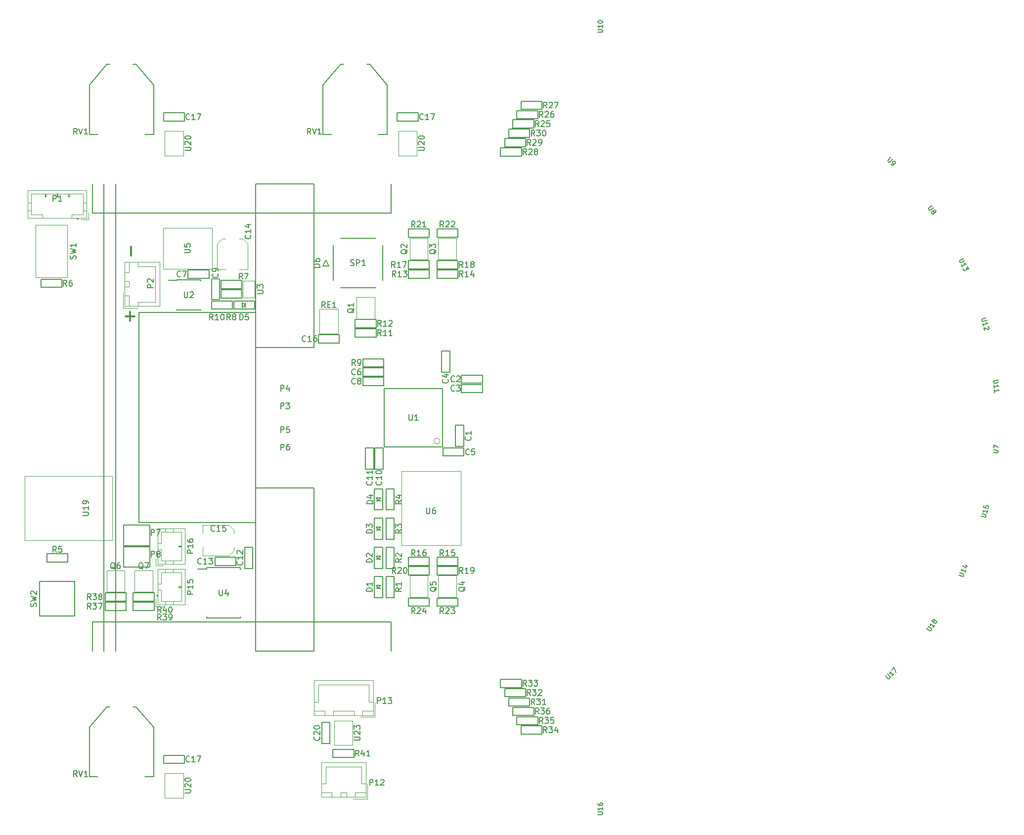
<source format=gto>
G04 #@! TF.FileFunction,Legend,Top*
%FSLAX46Y46*%
G04 Gerber Fmt 4.6, Leading zero omitted, Abs format (unit mm)*
G04 Created by KiCad (PCBNEW 4.0.1-stable) date 2018/11/10 20:41:03*
%MOMM*%
G01*
G04 APERTURE LIST*
%ADD10C,0.100000*%
%ADD11C,0.300000*%
%ADD12C,0.200000*%
%ADD13C,0.150000*%
%ADD14C,0.120000*%
G04 APERTURE END LIST*
D10*
D11*
X43642857Y-72261905D02*
X43642857Y-70738095D01*
X42738095Y-82642857D02*
X44261905Y-82642857D01*
X43500000Y-83404762D02*
X43500000Y-81880952D01*
D12*
X39000000Y-60000000D02*
X39000000Y-140000000D01*
X41000000Y-140000000D02*
X41000000Y-60000000D01*
X65000000Y-118000000D02*
X65000000Y-82000000D01*
X45000000Y-118000000D02*
X65000000Y-118000000D01*
X45000000Y-82000000D02*
X45000000Y-118000000D01*
X65000000Y-82000000D02*
X45000000Y-82000000D01*
X75000000Y-112000000D02*
X75000000Y-140000000D01*
X65000000Y-112000000D02*
X75000000Y-112000000D01*
X65000000Y-140000000D02*
X65000000Y-112000000D01*
X75000000Y-140000000D02*
X65000000Y-140000000D01*
X65000000Y-88000000D02*
X65000000Y-60000000D01*
X75000000Y-88000000D02*
X65000000Y-88000000D01*
X75000000Y-60000000D02*
X75000000Y-88000000D01*
X65000000Y-60000000D02*
X75000000Y-60000000D01*
X88139000Y-135000000D02*
X88139000Y-140000000D01*
X37000000Y-135000000D02*
X88139000Y-135000000D01*
X37000000Y-140000000D02*
X37000000Y-135000000D01*
X88139000Y-65000000D02*
X88139000Y-60000000D01*
X37000000Y-65000000D02*
X88139000Y-65000000D01*
X37000000Y-60000000D02*
X37000000Y-65000000D01*
D13*
X89200000Y-47800000D02*
X92800000Y-47800000D01*
X92800000Y-47800000D02*
X92800000Y-49200000D01*
X92800000Y-49200000D02*
X89200000Y-49200000D01*
X89200000Y-49200000D02*
X89200000Y-47800000D01*
X84000000Y-39500000D02*
X84500000Y-39500000D01*
X84500000Y-39500000D02*
X87500000Y-43000000D01*
X76500000Y-43000000D02*
X79500000Y-39500000D01*
X79500000Y-39500000D02*
X80000000Y-39500000D01*
X87500000Y-51500000D02*
X86000000Y-51500000D01*
X76500000Y-51500000D02*
X78000000Y-51500000D01*
X76500000Y-43000000D02*
X76500000Y-51500000D01*
X87500000Y-51500000D02*
X87500000Y-43000000D01*
D10*
X89400000Y-55100000D02*
X89400000Y-50900000D01*
X89400000Y-50900000D02*
X92600000Y-50900000D01*
X92600000Y-50900000D02*
X92600000Y-55100000D01*
X92600000Y-55100000D02*
X89400000Y-55100000D01*
X49400000Y-55100000D02*
X49400000Y-50900000D01*
X49400000Y-50900000D02*
X52600000Y-50900000D01*
X52600000Y-50900000D02*
X52600000Y-55100000D01*
X52600000Y-55100000D02*
X49400000Y-55100000D01*
D13*
X44000000Y-39500000D02*
X44500000Y-39500000D01*
X44500000Y-39500000D02*
X47500000Y-43000000D01*
X36500000Y-43000000D02*
X39500000Y-39500000D01*
X39500000Y-39500000D02*
X40000000Y-39500000D01*
X47500000Y-51500000D02*
X46000000Y-51500000D01*
X36500000Y-51500000D02*
X38000000Y-51500000D01*
X36500000Y-43000000D02*
X36500000Y-51500000D01*
X47500000Y-51500000D02*
X47500000Y-43000000D01*
X49200000Y-47800000D02*
X52800000Y-47800000D01*
X52800000Y-47800000D02*
X52800000Y-49200000D01*
X52800000Y-49200000D02*
X49200000Y-49200000D01*
X49200000Y-49200000D02*
X49200000Y-47800000D01*
X100600000Y-101300000D02*
X100600000Y-104900000D01*
X100600000Y-104900000D02*
X99200000Y-104900000D01*
X99200000Y-104900000D02*
X99200000Y-101300000D01*
X99200000Y-101300000D02*
X100600000Y-101300000D01*
X100200000Y-92700000D02*
X103800000Y-92700000D01*
X103800000Y-92700000D02*
X103800000Y-94100000D01*
X103800000Y-94100000D02*
X100200000Y-94100000D01*
X100200000Y-94100000D02*
X100200000Y-92700000D01*
X100200000Y-94300000D02*
X103800000Y-94300000D01*
X103800000Y-94300000D02*
X103800000Y-95700000D01*
X103800000Y-95700000D02*
X100200000Y-95700000D01*
X100200000Y-95700000D02*
X100200000Y-94300000D01*
X98200000Y-88600000D02*
X98200000Y-92200000D01*
X98200000Y-92200000D02*
X96800000Y-92200000D01*
X96800000Y-92200000D02*
X96800000Y-88600000D01*
X96800000Y-88600000D02*
X98200000Y-88600000D01*
X97050000Y-105150000D02*
X100650000Y-105150000D01*
X100650000Y-105150000D02*
X100650000Y-106550000D01*
X100650000Y-106550000D02*
X97050000Y-106550000D01*
X97050000Y-106550000D02*
X97050000Y-105150000D01*
X86900000Y-92900000D02*
X83300000Y-92900000D01*
X83300000Y-92900000D02*
X83300000Y-91500000D01*
X83300000Y-91500000D02*
X86900000Y-91500000D01*
X86900000Y-91500000D02*
X86900000Y-92900000D01*
X57000000Y-76100000D02*
X53400000Y-76100000D01*
X53400000Y-76100000D02*
X53400000Y-74700000D01*
X53400000Y-74700000D02*
X57000000Y-74700000D01*
X57000000Y-74700000D02*
X57000000Y-76100000D01*
X86900000Y-94500000D02*
X83300000Y-94500000D01*
X83300000Y-94500000D02*
X83300000Y-93100000D01*
X83300000Y-93100000D02*
X86900000Y-93100000D01*
X86900000Y-93100000D02*
X86900000Y-94500000D01*
X58800000Y-76200000D02*
X58800000Y-79800000D01*
X58800000Y-79800000D02*
X57400000Y-79800000D01*
X57400000Y-79800000D02*
X57400000Y-76200000D01*
X57400000Y-76200000D02*
X58800000Y-76200000D01*
X86800000Y-105200000D02*
X86800000Y-108800000D01*
X86800000Y-108800000D02*
X85400000Y-108800000D01*
X85400000Y-108800000D02*
X85400000Y-105200000D01*
X85400000Y-105200000D02*
X86800000Y-105200000D01*
X85200000Y-105200000D02*
X85200000Y-108800000D01*
X85200000Y-108800000D02*
X83800000Y-108800000D01*
X83800000Y-108800000D02*
X83800000Y-105200000D01*
X83800000Y-105200000D02*
X85200000Y-105200000D01*
X63100000Y-125800000D02*
X63100000Y-122200000D01*
X63100000Y-122200000D02*
X64500000Y-122200000D01*
X64500000Y-122200000D02*
X64500000Y-125800000D01*
X64500000Y-125800000D02*
X63100000Y-125800000D01*
X61600000Y-125300000D02*
X58000000Y-125300000D01*
X58000000Y-125300000D02*
X58000000Y-123900000D01*
X58000000Y-123900000D02*
X61600000Y-123900000D01*
X61600000Y-123900000D02*
X61600000Y-125300000D01*
X79300000Y-87200000D02*
X75700000Y-87200000D01*
X75700000Y-87200000D02*
X75700000Y-85800000D01*
X75700000Y-85800000D02*
X79300000Y-85800000D01*
X79300000Y-85800000D02*
X79300000Y-87200000D01*
X77000000Y-73000000D02*
X77500000Y-74000000D01*
X77500000Y-74000000D02*
X76500000Y-74000000D01*
X76500000Y-74000000D02*
X77000000Y-73000000D01*
D14*
X36050000Y-65800000D02*
X36050000Y-61100000D01*
X36050000Y-61100000D02*
X25950000Y-61100000D01*
X25950000Y-61100000D02*
X25950000Y-65800000D01*
X25950000Y-65800000D02*
X36050000Y-65800000D01*
X33500000Y-65800000D02*
X33500000Y-65200000D01*
X33500000Y-65200000D02*
X35450000Y-65200000D01*
X35450000Y-65200000D02*
X35450000Y-61700000D01*
X35450000Y-61700000D02*
X26550000Y-61700000D01*
X26550000Y-61700000D02*
X26550000Y-65200000D01*
X26550000Y-65200000D02*
X28500000Y-65200000D01*
X28500000Y-65200000D02*
X28500000Y-65800000D01*
X36050000Y-64500000D02*
X35450000Y-64500000D01*
X36050000Y-63200000D02*
X35450000Y-63200000D01*
X25950000Y-64500000D02*
X26550000Y-64500000D01*
X25950000Y-63200000D02*
X26550000Y-63200000D01*
X34300000Y-65800000D02*
X34300000Y-66000000D01*
X34300000Y-66000000D02*
X34600000Y-66000000D01*
X34600000Y-66000000D02*
X34600000Y-65800000D01*
X34300000Y-65900000D02*
X34600000Y-65900000D01*
X33100000Y-61700000D02*
X33100000Y-62200000D01*
X33100000Y-62200000D02*
X32900000Y-62200000D01*
X32900000Y-62200000D02*
X32900000Y-61700000D01*
X33000000Y-61700000D02*
X33000000Y-62200000D01*
X31100000Y-61700000D02*
X31100000Y-62200000D01*
X31100000Y-62200000D02*
X30900000Y-62200000D01*
X30900000Y-62200000D02*
X30900000Y-61700000D01*
X31000000Y-61700000D02*
X31000000Y-62200000D01*
X29100000Y-61700000D02*
X29100000Y-62200000D01*
X29100000Y-62200000D02*
X28900000Y-62200000D01*
X28900000Y-62200000D02*
X28900000Y-61700000D01*
X29000000Y-61700000D02*
X29000000Y-62200000D01*
X35100000Y-66100000D02*
X36350000Y-66100000D01*
X36350000Y-66100000D02*
X36350000Y-64850000D01*
X42550000Y-80915000D02*
X48500000Y-80915000D01*
X48500000Y-80915000D02*
X48500000Y-73315000D01*
X48500000Y-73315000D02*
X42550000Y-73315000D01*
X42550000Y-73315000D02*
X42550000Y-80915000D01*
X42550000Y-77615000D02*
X43300000Y-77615000D01*
X43300000Y-77615000D02*
X43300000Y-76615000D01*
X43300000Y-76615000D02*
X42550000Y-76615000D01*
X42550000Y-76615000D02*
X42550000Y-77615000D01*
X42550000Y-80915000D02*
X43300000Y-80915000D01*
X43300000Y-80915000D02*
X43300000Y-79115000D01*
X43300000Y-79115000D02*
X42550000Y-79115000D01*
X42550000Y-79115000D02*
X42550000Y-80915000D01*
X42550000Y-75115000D02*
X43300000Y-75115000D01*
X43300000Y-75115000D02*
X43300000Y-73315000D01*
X43300000Y-73315000D02*
X42550000Y-73315000D01*
X42550000Y-73315000D02*
X42550000Y-75115000D01*
X44800000Y-80915000D02*
X44800000Y-80165000D01*
X44800000Y-80165000D02*
X47750000Y-80165000D01*
X47750000Y-80165000D02*
X47750000Y-77115000D01*
X44800000Y-73315000D02*
X44800000Y-74065000D01*
X44800000Y-74065000D02*
X47750000Y-74065000D01*
X47750000Y-74065000D02*
X47750000Y-77115000D01*
X42250000Y-78715000D02*
X42250000Y-81215000D01*
X42250000Y-81215000D02*
X44750000Y-81215000D01*
X48200000Y-132050000D02*
X52900000Y-132050000D01*
X52900000Y-132050000D02*
X52900000Y-125950000D01*
X52900000Y-125950000D02*
X48200000Y-125950000D01*
X48200000Y-125950000D02*
X48200000Y-132050000D01*
X48200000Y-129500000D02*
X48800000Y-129500000D01*
X48800000Y-129500000D02*
X48800000Y-131450000D01*
X48800000Y-131450000D02*
X52300000Y-131450000D01*
X52300000Y-131450000D02*
X52300000Y-126550000D01*
X52300000Y-126550000D02*
X48800000Y-126550000D01*
X48800000Y-126550000D02*
X48800000Y-128500000D01*
X48800000Y-128500000D02*
X48200000Y-128500000D01*
X49500000Y-132050000D02*
X49500000Y-131450000D01*
X50800000Y-132050000D02*
X50800000Y-131450000D01*
X49500000Y-125950000D02*
X49500000Y-126550000D01*
X50800000Y-125950000D02*
X50800000Y-126550000D01*
X48200000Y-130300000D02*
X48000000Y-130300000D01*
X48000000Y-130300000D02*
X48000000Y-130600000D01*
X48000000Y-130600000D02*
X48200000Y-130600000D01*
X48100000Y-130300000D02*
X48100000Y-130600000D01*
X52300000Y-129100000D02*
X51800000Y-129100000D01*
X51800000Y-129100000D02*
X51800000Y-128900000D01*
X51800000Y-128900000D02*
X52300000Y-128900000D01*
X52300000Y-129000000D02*
X51800000Y-129000000D01*
X47900000Y-131100000D02*
X47900000Y-132350000D01*
X47900000Y-132350000D02*
X49150000Y-132350000D01*
X48200000Y-125050000D02*
X52900000Y-125050000D01*
X52900000Y-125050000D02*
X52900000Y-118950000D01*
X52900000Y-118950000D02*
X48200000Y-118950000D01*
X48200000Y-118950000D02*
X48200000Y-125050000D01*
X48200000Y-122500000D02*
X48800000Y-122500000D01*
X48800000Y-122500000D02*
X48800000Y-124450000D01*
X48800000Y-124450000D02*
X52300000Y-124450000D01*
X52300000Y-124450000D02*
X52300000Y-119550000D01*
X52300000Y-119550000D02*
X48800000Y-119550000D01*
X48800000Y-119550000D02*
X48800000Y-121500000D01*
X48800000Y-121500000D02*
X48200000Y-121500000D01*
X49500000Y-125050000D02*
X49500000Y-124450000D01*
X50800000Y-125050000D02*
X50800000Y-124450000D01*
X49500000Y-118950000D02*
X49500000Y-119550000D01*
X50800000Y-118950000D02*
X50800000Y-119550000D01*
X48200000Y-123300000D02*
X48000000Y-123300000D01*
X48000000Y-123300000D02*
X48000000Y-123600000D01*
X48000000Y-123600000D02*
X48200000Y-123600000D01*
X48100000Y-123300000D02*
X48100000Y-123600000D01*
X52300000Y-122100000D02*
X51800000Y-122100000D01*
X51800000Y-122100000D02*
X51800000Y-121900000D01*
X51800000Y-121900000D02*
X52300000Y-121900000D01*
X52300000Y-122000000D02*
X51800000Y-122000000D01*
X47900000Y-124100000D02*
X47900000Y-125350000D01*
X47900000Y-125350000D02*
X49150000Y-125350000D01*
D10*
X82250000Y-83050000D02*
X82250000Y-79350000D01*
X82250000Y-79350000D02*
X85350000Y-79350000D01*
X85350000Y-79350000D02*
X85350000Y-83050000D01*
X85350000Y-83050000D02*
X82250000Y-83050000D01*
X91350000Y-72950000D02*
X91350000Y-69250000D01*
X91350000Y-69250000D02*
X94450000Y-69250000D01*
X94450000Y-69250000D02*
X94450000Y-72950000D01*
X94450000Y-72950000D02*
X91350000Y-72950000D01*
X96250000Y-72950000D02*
X96250000Y-69250000D01*
X96250000Y-69250000D02*
X99350000Y-69250000D01*
X99350000Y-69250000D02*
X99350000Y-72950000D01*
X99350000Y-72950000D02*
X96250000Y-72950000D01*
X99350000Y-127050000D02*
X99350000Y-130750000D01*
X99350000Y-130750000D02*
X96250000Y-130750000D01*
X96250000Y-130750000D02*
X96250000Y-127050000D01*
X96250000Y-127050000D02*
X99350000Y-127050000D01*
X94450000Y-127050000D02*
X94450000Y-130750000D01*
X94450000Y-130750000D02*
X91350000Y-130750000D01*
X91350000Y-130750000D02*
X91350000Y-127050000D01*
X91350000Y-127050000D02*
X94450000Y-127050000D01*
D13*
X87300000Y-130800000D02*
X87300000Y-127200000D01*
X87300000Y-127200000D02*
X88700000Y-127200000D01*
X88700000Y-127200000D02*
X88700000Y-130800000D01*
X88700000Y-130800000D02*
X87300000Y-130800000D01*
X87300000Y-125800000D02*
X87300000Y-122200000D01*
X87300000Y-122200000D02*
X88700000Y-122200000D01*
X88700000Y-122200000D02*
X88700000Y-125800000D01*
X88700000Y-125800000D02*
X87300000Y-125800000D01*
X87300000Y-120800000D02*
X87300000Y-117200000D01*
X87300000Y-117200000D02*
X88700000Y-117200000D01*
X88700000Y-117200000D02*
X88700000Y-120800000D01*
X88700000Y-120800000D02*
X87300000Y-120800000D01*
X87300000Y-115800000D02*
X87300000Y-112200000D01*
X87300000Y-112200000D02*
X88700000Y-112200000D01*
X88700000Y-112200000D02*
X88700000Y-115800000D01*
X88700000Y-115800000D02*
X87300000Y-115800000D01*
X32800000Y-124700000D02*
X29200000Y-124700000D01*
X29200000Y-124700000D02*
X29200000Y-123300000D01*
X29200000Y-123300000D02*
X32800000Y-123300000D01*
X32800000Y-123300000D02*
X32800000Y-124700000D01*
X28200000Y-76300000D02*
X31800000Y-76300000D01*
X31800000Y-76300000D02*
X31800000Y-77700000D01*
X31800000Y-77700000D02*
X28200000Y-77700000D01*
X28200000Y-77700000D02*
X28200000Y-76300000D01*
X59000000Y-76500000D02*
X62600000Y-76500000D01*
X62600000Y-76500000D02*
X62600000Y-77900000D01*
X62600000Y-77900000D02*
X59000000Y-77900000D01*
X59000000Y-77900000D02*
X59000000Y-76500000D01*
X62600000Y-79500000D02*
X59000000Y-79500000D01*
X59000000Y-79500000D02*
X59000000Y-78100000D01*
X59000000Y-78100000D02*
X62600000Y-78100000D01*
X62600000Y-78100000D02*
X62600000Y-79500000D01*
X86900000Y-91300000D02*
X83300000Y-91300000D01*
X83300000Y-91300000D02*
X83300000Y-89900000D01*
X83300000Y-89900000D02*
X86900000Y-89900000D01*
X86900000Y-89900000D02*
X86900000Y-91300000D01*
X57400000Y-80000000D02*
X61000000Y-80000000D01*
X61000000Y-80000000D02*
X61000000Y-81400000D01*
X61000000Y-81400000D02*
X57400000Y-81400000D01*
X57400000Y-81400000D02*
X57400000Y-80000000D01*
X85600000Y-86200000D02*
X82000000Y-86200000D01*
X82000000Y-86200000D02*
X82000000Y-84800000D01*
X82000000Y-84800000D02*
X85600000Y-84800000D01*
X85600000Y-84800000D02*
X85600000Y-86200000D01*
X82000000Y-83200000D02*
X85600000Y-83200000D01*
X85600000Y-83200000D02*
X85600000Y-84600000D01*
X85600000Y-84600000D02*
X82000000Y-84600000D01*
X82000000Y-84600000D02*
X82000000Y-83200000D01*
X91100000Y-74700000D02*
X94700000Y-74700000D01*
X94700000Y-74700000D02*
X94700000Y-76100000D01*
X94700000Y-76100000D02*
X91100000Y-76100000D01*
X91100000Y-76100000D02*
X91100000Y-74700000D01*
X96000000Y-74700000D02*
X99600000Y-74700000D01*
X99600000Y-74700000D02*
X99600000Y-76100000D01*
X99600000Y-76100000D02*
X96000000Y-76100000D01*
X96000000Y-76100000D02*
X96000000Y-74700000D01*
X99600000Y-125300000D02*
X96000000Y-125300000D01*
X96000000Y-125300000D02*
X96000000Y-123900000D01*
X96000000Y-123900000D02*
X99600000Y-123900000D01*
X99600000Y-123900000D02*
X99600000Y-125300000D01*
X94700000Y-125300000D02*
X91100000Y-125300000D01*
X91100000Y-125300000D02*
X91100000Y-123900000D01*
X91100000Y-123900000D02*
X94700000Y-123900000D01*
X94700000Y-123900000D02*
X94700000Y-125300000D01*
X91100000Y-73100000D02*
X94700000Y-73100000D01*
X94700000Y-73100000D02*
X94700000Y-74500000D01*
X94700000Y-74500000D02*
X91100000Y-74500000D01*
X91100000Y-74500000D02*
X91100000Y-73100000D01*
X96000000Y-73100000D02*
X99600000Y-73100000D01*
X99600000Y-73100000D02*
X99600000Y-74500000D01*
X99600000Y-74500000D02*
X96000000Y-74500000D01*
X96000000Y-74500000D02*
X96000000Y-73100000D01*
X99600000Y-126900000D02*
X96000000Y-126900000D01*
X96000000Y-126900000D02*
X96000000Y-125500000D01*
X96000000Y-125500000D02*
X99600000Y-125500000D01*
X99600000Y-125500000D02*
X99600000Y-126900000D01*
X94700000Y-126900000D02*
X91100000Y-126900000D01*
X91100000Y-126900000D02*
X91100000Y-125500000D01*
X91100000Y-125500000D02*
X94700000Y-125500000D01*
X94700000Y-125500000D02*
X94700000Y-126900000D01*
X91100000Y-67700000D02*
X94700000Y-67700000D01*
X94700000Y-67700000D02*
X94700000Y-69100000D01*
X94700000Y-69100000D02*
X91100000Y-69100000D01*
X91100000Y-69100000D02*
X91100000Y-67700000D01*
X96000000Y-67700000D02*
X99600000Y-67700000D01*
X99600000Y-67700000D02*
X99600000Y-69100000D01*
X99600000Y-69100000D02*
X96000000Y-69100000D01*
X96000000Y-69100000D02*
X96000000Y-67700000D01*
X96000000Y-130900000D02*
X99600000Y-130900000D01*
X99600000Y-130900000D02*
X99600000Y-132300000D01*
X99600000Y-132300000D02*
X96000000Y-132300000D01*
X96000000Y-132300000D02*
X96000000Y-130900000D01*
X91100000Y-130900000D02*
X94700000Y-130900000D01*
X94700000Y-130900000D02*
X94700000Y-132300000D01*
X94700000Y-132300000D02*
X91100000Y-132300000D01*
X91100000Y-132300000D02*
X91100000Y-130900000D01*
X112600000Y-50400000D02*
X109000000Y-50400000D01*
X109000000Y-50400000D02*
X109000000Y-49000000D01*
X109000000Y-49000000D02*
X112600000Y-49000000D01*
X112600000Y-49000000D02*
X112600000Y-50400000D01*
X113300000Y-48800000D02*
X109700000Y-48800000D01*
X109700000Y-48800000D02*
X109700000Y-47400000D01*
X109700000Y-47400000D02*
X113300000Y-47400000D01*
X113300000Y-47400000D02*
X113300000Y-48800000D01*
X114000000Y-47200000D02*
X110400000Y-47200000D01*
X110400000Y-47200000D02*
X110400000Y-45800000D01*
X110400000Y-45800000D02*
X114000000Y-45800000D01*
X114000000Y-45800000D02*
X114000000Y-47200000D01*
X110500000Y-55200000D02*
X106900000Y-55200000D01*
X106900000Y-55200000D02*
X106900000Y-53800000D01*
X106900000Y-53800000D02*
X110500000Y-53800000D01*
X110500000Y-53800000D02*
X110500000Y-55200000D01*
X111200000Y-53600000D02*
X107600000Y-53600000D01*
X107600000Y-53600000D02*
X107600000Y-52200000D01*
X107600000Y-52200000D02*
X111200000Y-52200000D01*
X111200000Y-52200000D02*
X111200000Y-53600000D01*
X111900000Y-52000000D02*
X108300000Y-52000000D01*
X108300000Y-52000000D02*
X108300000Y-50600000D01*
X108300000Y-50600000D02*
X111900000Y-50600000D01*
X111900000Y-50600000D02*
X111900000Y-52000000D01*
X111900000Y-149400000D02*
X108300000Y-149400000D01*
X108300000Y-149400000D02*
X108300000Y-148000000D01*
X108300000Y-148000000D02*
X111900000Y-148000000D01*
X111900000Y-148000000D02*
X111900000Y-149400000D01*
X111200000Y-147800000D02*
X107600000Y-147800000D01*
X107600000Y-147800000D02*
X107600000Y-146400000D01*
X107600000Y-146400000D02*
X111200000Y-146400000D01*
X111200000Y-146400000D02*
X111200000Y-147800000D01*
X110500000Y-146200000D02*
X106900000Y-146200000D01*
X106900000Y-146200000D02*
X106900000Y-144800000D01*
X106900000Y-144800000D02*
X110500000Y-144800000D01*
X110500000Y-144800000D02*
X110500000Y-146200000D01*
X114000000Y-154200000D02*
X110400000Y-154200000D01*
X110400000Y-154200000D02*
X110400000Y-152800000D01*
X110400000Y-152800000D02*
X114000000Y-152800000D01*
X114000000Y-152800000D02*
X114000000Y-154200000D01*
X113300000Y-152600000D02*
X109700000Y-152600000D01*
X109700000Y-152600000D02*
X109700000Y-151200000D01*
X109700000Y-151200000D02*
X113300000Y-151200000D01*
X113300000Y-151200000D02*
X113300000Y-152600000D01*
X112600000Y-151000000D02*
X109000000Y-151000000D01*
X109000000Y-151000000D02*
X109000000Y-149600000D01*
X109000000Y-149600000D02*
X112600000Y-149600000D01*
X112600000Y-149600000D02*
X112600000Y-151000000D01*
D10*
X79100000Y-81400000D02*
X79100000Y-85600000D01*
X79100000Y-85600000D02*
X75900000Y-85600000D01*
X75900000Y-85600000D02*
X75900000Y-81400000D01*
X75900000Y-81400000D02*
X79100000Y-81400000D01*
X27250000Y-76000000D02*
X27250000Y-67000000D01*
X27250000Y-67000000D02*
X32750000Y-67000000D01*
X32750000Y-67000000D02*
X32750000Y-76000000D01*
X32750000Y-76000000D02*
X27250000Y-76000000D01*
D13*
X34000000Y-128000000D02*
X28000000Y-128000000D01*
X28000000Y-128000000D02*
X28000000Y-134000000D01*
X28000000Y-134000000D02*
X34000000Y-134000000D01*
X34000000Y-134000000D02*
X34000000Y-128000000D01*
D10*
X96500000Y-104000000D02*
G75*
G03X96500000Y-104000000I-500000J0D01*
G01*
D13*
X97000000Y-105000000D02*
X87000000Y-105000000D01*
X87000000Y-105000000D02*
X87000000Y-95000000D01*
X87000000Y-95000000D02*
X97000000Y-95000000D01*
X97000000Y-95000000D02*
X97000000Y-105000000D01*
D10*
X62800000Y-79400000D02*
X64800000Y-79400000D01*
X64800000Y-79400000D02*
X64800000Y-76600000D01*
X64800000Y-76600000D02*
X62800000Y-76600000D01*
X62800000Y-76600000D02*
X62800000Y-79400000D01*
D13*
X56625000Y-125675000D02*
X56625000Y-125900000D01*
X62375000Y-125675000D02*
X62375000Y-125975000D01*
X62375000Y-134325000D02*
X62375000Y-134025000D01*
X56625000Y-134325000D02*
X56625000Y-134025000D01*
X56625000Y-125675000D02*
X62375000Y-125675000D01*
X56625000Y-134325000D02*
X62375000Y-134325000D01*
X56625000Y-125900000D02*
X55025000Y-125900000D01*
D10*
X49100000Y-74500000D02*
X57500000Y-74500000D01*
X49100000Y-67500000D02*
X49100000Y-74500000D01*
X57500000Y-67500000D02*
X49100000Y-67500000D01*
X57500000Y-74500000D02*
X57500000Y-67500000D01*
X89920000Y-109150000D02*
X100080000Y-109150000D01*
X100080000Y-109150000D02*
X100080000Y-121850000D01*
X100080000Y-121850000D02*
X89920000Y-121850000D01*
X89920000Y-121850000D02*
X89920000Y-109150000D01*
D13*
X79500000Y-69250000D02*
X85500000Y-69250000D01*
X86750000Y-70500000D02*
X86750000Y-76500000D01*
X85500000Y-77750000D02*
X79500000Y-77750000D01*
X78250000Y-76500000D02*
X78250000Y-70500000D01*
X51425000Y-76425000D02*
X51425000Y-76475000D01*
X55575000Y-76425000D02*
X55575000Y-76570000D01*
X55575000Y-81575000D02*
X55575000Y-81430000D01*
X51425000Y-81575000D02*
X51425000Y-81430000D01*
X51425000Y-76425000D02*
X55575000Y-76425000D01*
X51425000Y-81575000D02*
X55575000Y-81575000D01*
X51425000Y-76475000D02*
X50025000Y-76475000D01*
D10*
X25420000Y-121000000D02*
X25420000Y-110000000D01*
X40420000Y-110000000D02*
X25420000Y-110000000D01*
X40420000Y-121000000D02*
X25420000Y-121000000D01*
X40420000Y-121000000D02*
X40420000Y-110000000D01*
D13*
X46850000Y-118400000D02*
X42350000Y-118400000D01*
X46850000Y-121900000D02*
X46850000Y-118400000D01*
X42350000Y-121900000D02*
X42350000Y-118400000D01*
X46850000Y-121900000D02*
X42350000Y-121900000D01*
X46850000Y-122100000D02*
X42350000Y-122100000D01*
X46850000Y-125600000D02*
X46850000Y-122100000D01*
X42350000Y-125600000D02*
X42350000Y-122100000D01*
X46850000Y-125600000D02*
X42350000Y-125600000D01*
D10*
X39450000Y-129850000D02*
X39450000Y-126150000D01*
X39450000Y-126150000D02*
X42550000Y-126150000D01*
X42550000Y-126150000D02*
X42550000Y-129850000D01*
X42550000Y-129850000D02*
X39450000Y-129850000D01*
X44250000Y-129850000D02*
X44250000Y-126150000D01*
X44250000Y-126150000D02*
X47350000Y-126150000D01*
X47350000Y-126150000D02*
X47350000Y-129850000D01*
X47350000Y-129850000D02*
X44250000Y-129850000D01*
D13*
X42800000Y-133000000D02*
X39200000Y-133000000D01*
X39200000Y-133000000D02*
X39200000Y-131600000D01*
X39200000Y-131600000D02*
X42800000Y-131600000D01*
X42800000Y-131600000D02*
X42800000Y-133000000D01*
X39200000Y-130000000D02*
X42800000Y-130000000D01*
X42800000Y-130000000D02*
X42800000Y-131400000D01*
X42800000Y-131400000D02*
X39200000Y-131400000D01*
X39200000Y-131400000D02*
X39200000Y-130000000D01*
X47600000Y-133000000D02*
X44000000Y-133000000D01*
X44000000Y-133000000D02*
X44000000Y-131600000D01*
X44000000Y-131600000D02*
X47600000Y-131600000D01*
X47600000Y-131600000D02*
X47600000Y-133000000D01*
X44000000Y-130000000D02*
X47600000Y-130000000D01*
X47600000Y-130000000D02*
X47600000Y-131400000D01*
X47600000Y-131400000D02*
X44000000Y-131400000D01*
X44000000Y-131400000D02*
X44000000Y-130000000D01*
D10*
X62800000Y-69350000D02*
X62200000Y-69350000D01*
X58350000Y-74650000D02*
X59800000Y-74650000D01*
X63650000Y-74650000D02*
X63650000Y-70200000D01*
X63650000Y-70200000D02*
X62800000Y-69350000D01*
X59800000Y-69350000D02*
X59200000Y-69350000D01*
X59200000Y-69350000D02*
X58350000Y-70200000D01*
X58350000Y-70200000D02*
X58350000Y-74650000D01*
X62200000Y-74650000D02*
X63650000Y-74650000D01*
X61250000Y-122800000D02*
X61250000Y-122200000D01*
X55950000Y-118350000D02*
X55950000Y-119800000D01*
X55950000Y-123650000D02*
X60400000Y-123650000D01*
X60400000Y-123650000D02*
X61250000Y-122800000D01*
X61250000Y-119800000D02*
X61250000Y-119200000D01*
X61250000Y-119200000D02*
X60400000Y-118350000D01*
X60400000Y-118350000D02*
X55950000Y-118350000D01*
X55950000Y-122200000D02*
X55950000Y-123650000D01*
D13*
X85600000Y-129200000D02*
X86400000Y-129200000D01*
X85600000Y-128700000D02*
X86000000Y-129200000D01*
X86000000Y-129200000D02*
X86400000Y-128700000D01*
X85600000Y-128700000D02*
X86400000Y-128700000D01*
X85300000Y-130800000D02*
X85300000Y-127200000D01*
X85300000Y-127200000D02*
X86700000Y-127200000D01*
X86700000Y-127200000D02*
X86700000Y-130800000D01*
X86700000Y-130800000D02*
X85300000Y-130800000D01*
X85600000Y-124200000D02*
X86400000Y-124200000D01*
X85600000Y-123700000D02*
X86000000Y-124200000D01*
X86000000Y-124200000D02*
X86400000Y-123700000D01*
X85600000Y-123700000D02*
X86400000Y-123700000D01*
X85300000Y-125800000D02*
X85300000Y-122200000D01*
X85300000Y-122200000D02*
X86700000Y-122200000D01*
X86700000Y-122200000D02*
X86700000Y-125800000D01*
X86700000Y-125800000D02*
X85300000Y-125800000D01*
X85600000Y-119200000D02*
X86400000Y-119200000D01*
X85600000Y-118700000D02*
X86000000Y-119200000D01*
X86000000Y-119200000D02*
X86400000Y-118700000D01*
X85600000Y-118700000D02*
X86400000Y-118700000D01*
X85300000Y-120800000D02*
X85300000Y-117200000D01*
X85300000Y-117200000D02*
X86700000Y-117200000D01*
X86700000Y-117200000D02*
X86700000Y-120800000D01*
X86700000Y-120800000D02*
X85300000Y-120800000D01*
X85600000Y-114200000D02*
X86400000Y-114200000D01*
X85600000Y-113700000D02*
X86000000Y-114200000D01*
X86000000Y-114200000D02*
X86400000Y-113700000D01*
X85600000Y-113700000D02*
X86400000Y-113700000D01*
X85300000Y-115800000D02*
X85300000Y-112200000D01*
X85300000Y-112200000D02*
X86700000Y-112200000D01*
X86700000Y-112200000D02*
X86700000Y-115800000D01*
X86700000Y-115800000D02*
X85300000Y-115800000D01*
X63200000Y-81100000D02*
X63200000Y-80300000D01*
X62700000Y-81100000D02*
X63200000Y-80700000D01*
X63200000Y-80700000D02*
X62700000Y-80300000D01*
X62700000Y-81100000D02*
X62700000Y-80300000D01*
X64800000Y-81400000D02*
X61200000Y-81400000D01*
X61200000Y-81400000D02*
X61200000Y-80000000D01*
X61200000Y-80000000D02*
X64800000Y-80000000D01*
X64800000Y-80000000D02*
X64800000Y-81400000D01*
X49200000Y-157800000D02*
X52800000Y-157800000D01*
X52800000Y-157800000D02*
X52800000Y-159200000D01*
X52800000Y-159200000D02*
X49200000Y-159200000D01*
X49200000Y-159200000D02*
X49200000Y-157800000D01*
X76300000Y-155800000D02*
X76300000Y-152200000D01*
X76300000Y-152200000D02*
X77700000Y-152200000D01*
X77700000Y-152200000D02*
X77700000Y-155800000D01*
X77700000Y-155800000D02*
X76300000Y-155800000D01*
D14*
X83820000Y-164950000D02*
X83820000Y-159000000D01*
X83820000Y-159000000D02*
X76220000Y-159000000D01*
X76220000Y-159000000D02*
X76220000Y-164950000D01*
X76220000Y-164950000D02*
X83820000Y-164950000D01*
X80520000Y-164950000D02*
X80520000Y-164200000D01*
X80520000Y-164200000D02*
X79520000Y-164200000D01*
X79520000Y-164200000D02*
X79520000Y-164950000D01*
X79520000Y-164950000D02*
X80520000Y-164950000D01*
X83820000Y-164950000D02*
X83820000Y-164200000D01*
X83820000Y-164200000D02*
X82020000Y-164200000D01*
X82020000Y-164200000D02*
X82020000Y-164950000D01*
X82020000Y-164950000D02*
X83820000Y-164950000D01*
X78020000Y-164950000D02*
X78020000Y-164200000D01*
X78020000Y-164200000D02*
X76220000Y-164200000D01*
X76220000Y-164200000D02*
X76220000Y-164950000D01*
X76220000Y-164950000D02*
X78020000Y-164950000D01*
X83820000Y-162700000D02*
X83070000Y-162700000D01*
X83070000Y-162700000D02*
X83070000Y-159750000D01*
X83070000Y-159750000D02*
X80020000Y-159750000D01*
X76220000Y-162700000D02*
X76970000Y-162700000D01*
X76970000Y-162700000D02*
X76970000Y-159750000D01*
X76970000Y-159750000D02*
X80020000Y-159750000D01*
X81620000Y-165250000D02*
X84120000Y-165250000D01*
X84120000Y-165250000D02*
X84120000Y-162750000D01*
X85090000Y-150950000D02*
X85090000Y-145000000D01*
X85090000Y-145000000D02*
X74990000Y-145000000D01*
X74990000Y-145000000D02*
X74990000Y-150950000D01*
X74990000Y-150950000D02*
X85090000Y-150950000D01*
X81790000Y-150950000D02*
X81790000Y-150200000D01*
X81790000Y-150200000D02*
X78290000Y-150200000D01*
X78290000Y-150200000D02*
X78290000Y-150950000D01*
X78290000Y-150950000D02*
X81790000Y-150950000D01*
X85090000Y-150950000D02*
X85090000Y-150200000D01*
X85090000Y-150200000D02*
X83290000Y-150200000D01*
X83290000Y-150200000D02*
X83290000Y-150950000D01*
X83290000Y-150950000D02*
X85090000Y-150950000D01*
X76790000Y-150950000D02*
X76790000Y-150200000D01*
X76790000Y-150200000D02*
X74990000Y-150200000D01*
X74990000Y-150200000D02*
X74990000Y-150950000D01*
X74990000Y-150950000D02*
X76790000Y-150950000D01*
X85090000Y-148700000D02*
X84340000Y-148700000D01*
X84340000Y-148700000D02*
X84340000Y-145750000D01*
X84340000Y-145750000D02*
X80040000Y-145750000D01*
X74990000Y-148700000D02*
X75740000Y-148700000D01*
X75740000Y-148700000D02*
X75740000Y-145750000D01*
X75740000Y-145750000D02*
X80040000Y-145750000D01*
X82890000Y-151250000D02*
X85390000Y-151250000D01*
X85390000Y-151250000D02*
X85390000Y-148750000D01*
D13*
X81800000Y-158200000D02*
X78200000Y-158200000D01*
X78200000Y-158200000D02*
X78200000Y-156800000D01*
X78200000Y-156800000D02*
X81800000Y-156800000D01*
X81800000Y-156800000D02*
X81800000Y-158200000D01*
X44000000Y-149500000D02*
X44500000Y-149500000D01*
X44500000Y-149500000D02*
X47500000Y-153000000D01*
X36500000Y-153000000D02*
X39500000Y-149500000D01*
X39500000Y-149500000D02*
X40000000Y-149500000D01*
X47500000Y-161500000D02*
X46000000Y-161500000D01*
X36500000Y-161500000D02*
X38000000Y-161500000D01*
X36500000Y-153000000D02*
X36500000Y-161500000D01*
X47500000Y-161500000D02*
X47500000Y-153000000D01*
D10*
X49400000Y-165100000D02*
X49400000Y-160900000D01*
X49400000Y-160900000D02*
X52600000Y-160900000D01*
X52600000Y-160900000D02*
X52600000Y-165100000D01*
X52600000Y-165100000D02*
X49400000Y-165100000D01*
X78400000Y-156100000D02*
X78400000Y-151900000D01*
X78400000Y-151900000D02*
X81600000Y-151900000D01*
X81600000Y-151900000D02*
X81600000Y-156100000D01*
X81600000Y-156100000D02*
X78400000Y-156100000D01*
D13*
X93657143Y-48857143D02*
X93609524Y-48904762D01*
X93466667Y-48952381D01*
X93371429Y-48952381D01*
X93228571Y-48904762D01*
X93133333Y-48809524D01*
X93085714Y-48714286D01*
X93038095Y-48523810D01*
X93038095Y-48380952D01*
X93085714Y-48190476D01*
X93133333Y-48095238D01*
X93228571Y-48000000D01*
X93371429Y-47952381D01*
X93466667Y-47952381D01*
X93609524Y-48000000D01*
X93657143Y-48047619D01*
X94609524Y-48952381D02*
X94038095Y-48952381D01*
X94323809Y-48952381D02*
X94323809Y-47952381D01*
X94228571Y-48095238D01*
X94133333Y-48190476D01*
X94038095Y-48238095D01*
X94942857Y-47952381D02*
X95609524Y-47952381D01*
X95180952Y-48952381D01*
X74404762Y-51452381D02*
X74071428Y-50976190D01*
X73833333Y-51452381D02*
X73833333Y-50452381D01*
X74214286Y-50452381D01*
X74309524Y-50500000D01*
X74357143Y-50547619D01*
X74404762Y-50642857D01*
X74404762Y-50785714D01*
X74357143Y-50880952D01*
X74309524Y-50928571D01*
X74214286Y-50976190D01*
X73833333Y-50976190D01*
X74690476Y-50452381D02*
X75023809Y-51452381D01*
X75357143Y-50452381D01*
X76214286Y-51452381D02*
X75642857Y-51452381D01*
X75928571Y-51452381D02*
X75928571Y-50452381D01*
X75833333Y-50595238D01*
X75738095Y-50690476D01*
X75642857Y-50738095D01*
X92852381Y-54238095D02*
X93661905Y-54238095D01*
X93757143Y-54190476D01*
X93804762Y-54142857D01*
X93852381Y-54047619D01*
X93852381Y-53857142D01*
X93804762Y-53761904D01*
X93757143Y-53714285D01*
X93661905Y-53666666D01*
X92852381Y-53666666D01*
X92947619Y-53238095D02*
X92900000Y-53190476D01*
X92852381Y-53095238D01*
X92852381Y-52857142D01*
X92900000Y-52761904D01*
X92947619Y-52714285D01*
X93042857Y-52666666D01*
X93138095Y-52666666D01*
X93280952Y-52714285D01*
X93852381Y-53285714D01*
X93852381Y-52666666D01*
X92852381Y-52047619D02*
X92852381Y-51952380D01*
X92900000Y-51857142D01*
X92947619Y-51809523D01*
X93042857Y-51761904D01*
X93233333Y-51714285D01*
X93471429Y-51714285D01*
X93661905Y-51761904D01*
X93757143Y-51809523D01*
X93804762Y-51857142D01*
X93852381Y-51952380D01*
X93852381Y-52047619D01*
X93804762Y-52142857D01*
X93757143Y-52190476D01*
X93661905Y-52238095D01*
X93471429Y-52285714D01*
X93233333Y-52285714D01*
X93042857Y-52238095D01*
X92947619Y-52190476D01*
X92900000Y-52142857D01*
X92852381Y-52047619D01*
X52852381Y-54238095D02*
X53661905Y-54238095D01*
X53757143Y-54190476D01*
X53804762Y-54142857D01*
X53852381Y-54047619D01*
X53852381Y-53857142D01*
X53804762Y-53761904D01*
X53757143Y-53714285D01*
X53661905Y-53666666D01*
X52852381Y-53666666D01*
X52947619Y-53238095D02*
X52900000Y-53190476D01*
X52852381Y-53095238D01*
X52852381Y-52857142D01*
X52900000Y-52761904D01*
X52947619Y-52714285D01*
X53042857Y-52666666D01*
X53138095Y-52666666D01*
X53280952Y-52714285D01*
X53852381Y-53285714D01*
X53852381Y-52666666D01*
X52852381Y-52047619D02*
X52852381Y-51952380D01*
X52900000Y-51857142D01*
X52947619Y-51809523D01*
X53042857Y-51761904D01*
X53233333Y-51714285D01*
X53471429Y-51714285D01*
X53661905Y-51761904D01*
X53757143Y-51809523D01*
X53804762Y-51857142D01*
X53852381Y-51952380D01*
X53852381Y-52047619D01*
X53804762Y-52142857D01*
X53757143Y-52190476D01*
X53661905Y-52238095D01*
X53471429Y-52285714D01*
X53233333Y-52285714D01*
X53042857Y-52238095D01*
X52947619Y-52190476D01*
X52900000Y-52142857D01*
X52852381Y-52047619D01*
X34404762Y-51452381D02*
X34071428Y-50976190D01*
X33833333Y-51452381D02*
X33833333Y-50452381D01*
X34214286Y-50452381D01*
X34309524Y-50500000D01*
X34357143Y-50547619D01*
X34404762Y-50642857D01*
X34404762Y-50785714D01*
X34357143Y-50880952D01*
X34309524Y-50928571D01*
X34214286Y-50976190D01*
X33833333Y-50976190D01*
X34690476Y-50452381D02*
X35023809Y-51452381D01*
X35357143Y-50452381D01*
X36214286Y-51452381D02*
X35642857Y-51452381D01*
X35928571Y-51452381D02*
X35928571Y-50452381D01*
X35833333Y-50595238D01*
X35738095Y-50690476D01*
X35642857Y-50738095D01*
X53657143Y-48857143D02*
X53609524Y-48904762D01*
X53466667Y-48952381D01*
X53371429Y-48952381D01*
X53228571Y-48904762D01*
X53133333Y-48809524D01*
X53085714Y-48714286D01*
X53038095Y-48523810D01*
X53038095Y-48380952D01*
X53085714Y-48190476D01*
X53133333Y-48095238D01*
X53228571Y-48000000D01*
X53371429Y-47952381D01*
X53466667Y-47952381D01*
X53609524Y-48000000D01*
X53657143Y-48047619D01*
X54609524Y-48952381D02*
X54038095Y-48952381D01*
X54323809Y-48952381D02*
X54323809Y-47952381D01*
X54228571Y-48095238D01*
X54133333Y-48190476D01*
X54038095Y-48238095D01*
X54942857Y-47952381D02*
X55609524Y-47952381D01*
X55180952Y-48952381D01*
X101757143Y-103266666D02*
X101804762Y-103314285D01*
X101852381Y-103457142D01*
X101852381Y-103552380D01*
X101804762Y-103695238D01*
X101709524Y-103790476D01*
X101614286Y-103838095D01*
X101423810Y-103885714D01*
X101280952Y-103885714D01*
X101090476Y-103838095D01*
X100995238Y-103790476D01*
X100900000Y-103695238D01*
X100852381Y-103552380D01*
X100852381Y-103457142D01*
X100900000Y-103314285D01*
X100947619Y-103266666D01*
X101852381Y-102314285D02*
X101852381Y-102885714D01*
X101852381Y-102600000D02*
X100852381Y-102600000D01*
X100995238Y-102695238D01*
X101090476Y-102790476D01*
X101138095Y-102885714D01*
X99033334Y-93757143D02*
X98985715Y-93804762D01*
X98842858Y-93852381D01*
X98747620Y-93852381D01*
X98604762Y-93804762D01*
X98509524Y-93709524D01*
X98461905Y-93614286D01*
X98414286Y-93423810D01*
X98414286Y-93280952D01*
X98461905Y-93090476D01*
X98509524Y-92995238D01*
X98604762Y-92900000D01*
X98747620Y-92852381D01*
X98842858Y-92852381D01*
X98985715Y-92900000D01*
X99033334Y-92947619D01*
X99414286Y-92947619D02*
X99461905Y-92900000D01*
X99557143Y-92852381D01*
X99795239Y-92852381D01*
X99890477Y-92900000D01*
X99938096Y-92947619D01*
X99985715Y-93042857D01*
X99985715Y-93138095D01*
X99938096Y-93280952D01*
X99366667Y-93852381D01*
X99985715Y-93852381D01*
X99033334Y-95357143D02*
X98985715Y-95404762D01*
X98842858Y-95452381D01*
X98747620Y-95452381D01*
X98604762Y-95404762D01*
X98509524Y-95309524D01*
X98461905Y-95214286D01*
X98414286Y-95023810D01*
X98414286Y-94880952D01*
X98461905Y-94690476D01*
X98509524Y-94595238D01*
X98604762Y-94500000D01*
X98747620Y-94452381D01*
X98842858Y-94452381D01*
X98985715Y-94500000D01*
X99033334Y-94547619D01*
X99366667Y-94452381D02*
X99985715Y-94452381D01*
X99652381Y-94833333D01*
X99795239Y-94833333D01*
X99890477Y-94880952D01*
X99938096Y-94928571D01*
X99985715Y-95023810D01*
X99985715Y-95261905D01*
X99938096Y-95357143D01*
X99890477Y-95404762D01*
X99795239Y-95452381D01*
X99509524Y-95452381D01*
X99414286Y-95404762D01*
X99366667Y-95357143D01*
X97857143Y-93466666D02*
X97904762Y-93514285D01*
X97952381Y-93657142D01*
X97952381Y-93752380D01*
X97904762Y-93895238D01*
X97809524Y-93990476D01*
X97714286Y-94038095D01*
X97523810Y-94085714D01*
X97380952Y-94085714D01*
X97190476Y-94038095D01*
X97095238Y-93990476D01*
X97000000Y-93895238D01*
X96952381Y-93752380D01*
X96952381Y-93657142D01*
X97000000Y-93514285D01*
X97047619Y-93466666D01*
X97285714Y-92609523D02*
X97952381Y-92609523D01*
X96904762Y-92847619D02*
X97619048Y-93085714D01*
X97619048Y-92466666D01*
X101533334Y-106257143D02*
X101485715Y-106304762D01*
X101342858Y-106352381D01*
X101247620Y-106352381D01*
X101104762Y-106304762D01*
X101009524Y-106209524D01*
X100961905Y-106114286D01*
X100914286Y-105923810D01*
X100914286Y-105780952D01*
X100961905Y-105590476D01*
X101009524Y-105495238D01*
X101104762Y-105400000D01*
X101247620Y-105352381D01*
X101342858Y-105352381D01*
X101485715Y-105400000D01*
X101533334Y-105447619D01*
X102438096Y-105352381D02*
X101961905Y-105352381D01*
X101914286Y-105828571D01*
X101961905Y-105780952D01*
X102057143Y-105733333D01*
X102295239Y-105733333D01*
X102390477Y-105780952D01*
X102438096Y-105828571D01*
X102485715Y-105923810D01*
X102485715Y-106161905D01*
X102438096Y-106257143D01*
X102390477Y-106304762D01*
X102295239Y-106352381D01*
X102057143Y-106352381D01*
X101961905Y-106304762D01*
X101914286Y-106257143D01*
X82033334Y-92557143D02*
X81985715Y-92604762D01*
X81842858Y-92652381D01*
X81747620Y-92652381D01*
X81604762Y-92604762D01*
X81509524Y-92509524D01*
X81461905Y-92414286D01*
X81414286Y-92223810D01*
X81414286Y-92080952D01*
X81461905Y-91890476D01*
X81509524Y-91795238D01*
X81604762Y-91700000D01*
X81747620Y-91652381D01*
X81842858Y-91652381D01*
X81985715Y-91700000D01*
X82033334Y-91747619D01*
X82890477Y-91652381D02*
X82700000Y-91652381D01*
X82604762Y-91700000D01*
X82557143Y-91747619D01*
X82461905Y-91890476D01*
X82414286Y-92080952D01*
X82414286Y-92461905D01*
X82461905Y-92557143D01*
X82509524Y-92604762D01*
X82604762Y-92652381D01*
X82795239Y-92652381D01*
X82890477Y-92604762D01*
X82938096Y-92557143D01*
X82985715Y-92461905D01*
X82985715Y-92223810D01*
X82938096Y-92128571D01*
X82890477Y-92080952D01*
X82795239Y-92033333D01*
X82604762Y-92033333D01*
X82509524Y-92080952D01*
X82461905Y-92128571D01*
X82414286Y-92223810D01*
X52133334Y-75757143D02*
X52085715Y-75804762D01*
X51942858Y-75852381D01*
X51847620Y-75852381D01*
X51704762Y-75804762D01*
X51609524Y-75709524D01*
X51561905Y-75614286D01*
X51514286Y-75423810D01*
X51514286Y-75280952D01*
X51561905Y-75090476D01*
X51609524Y-74995238D01*
X51704762Y-74900000D01*
X51847620Y-74852381D01*
X51942858Y-74852381D01*
X52085715Y-74900000D01*
X52133334Y-74947619D01*
X52466667Y-74852381D02*
X53133334Y-74852381D01*
X52704762Y-75852381D01*
X82033334Y-94157143D02*
X81985715Y-94204762D01*
X81842858Y-94252381D01*
X81747620Y-94252381D01*
X81604762Y-94204762D01*
X81509524Y-94109524D01*
X81461905Y-94014286D01*
X81414286Y-93823810D01*
X81414286Y-93680952D01*
X81461905Y-93490476D01*
X81509524Y-93395238D01*
X81604762Y-93300000D01*
X81747620Y-93252381D01*
X81842858Y-93252381D01*
X81985715Y-93300000D01*
X82033334Y-93347619D01*
X82604762Y-93680952D02*
X82509524Y-93633333D01*
X82461905Y-93585714D01*
X82414286Y-93490476D01*
X82414286Y-93442857D01*
X82461905Y-93347619D01*
X82509524Y-93300000D01*
X82604762Y-93252381D01*
X82795239Y-93252381D01*
X82890477Y-93300000D01*
X82938096Y-93347619D01*
X82985715Y-93442857D01*
X82985715Y-93490476D01*
X82938096Y-93585714D01*
X82890477Y-93633333D01*
X82795239Y-93680952D01*
X82604762Y-93680952D01*
X82509524Y-93728571D01*
X82461905Y-93776190D01*
X82414286Y-93871429D01*
X82414286Y-94061905D01*
X82461905Y-94157143D01*
X82509524Y-94204762D01*
X82604762Y-94252381D01*
X82795239Y-94252381D01*
X82890477Y-94204762D01*
X82938096Y-94157143D01*
X82985715Y-94061905D01*
X82985715Y-93871429D01*
X82938096Y-93776190D01*
X82890477Y-93728571D01*
X82795239Y-93680952D01*
X58457143Y-75366666D02*
X58504762Y-75414285D01*
X58552381Y-75557142D01*
X58552381Y-75652380D01*
X58504762Y-75795238D01*
X58409524Y-75890476D01*
X58314286Y-75938095D01*
X58123810Y-75985714D01*
X57980952Y-75985714D01*
X57790476Y-75938095D01*
X57695238Y-75890476D01*
X57600000Y-75795238D01*
X57552381Y-75652380D01*
X57552381Y-75557142D01*
X57600000Y-75414285D01*
X57647619Y-75366666D01*
X58552381Y-74890476D02*
X58552381Y-74700000D01*
X58504762Y-74604761D01*
X58457143Y-74557142D01*
X58314286Y-74461904D01*
X58123810Y-74414285D01*
X57742857Y-74414285D01*
X57647619Y-74461904D01*
X57600000Y-74509523D01*
X57552381Y-74604761D01*
X57552381Y-74795238D01*
X57600000Y-74890476D01*
X57647619Y-74938095D01*
X57742857Y-74985714D01*
X57980952Y-74985714D01*
X58076190Y-74938095D01*
X58123810Y-74890476D01*
X58171429Y-74795238D01*
X58171429Y-74604761D01*
X58123810Y-74509523D01*
X58076190Y-74461904D01*
X57980952Y-74414285D01*
X86457143Y-110942857D02*
X86504762Y-110990476D01*
X86552381Y-111133333D01*
X86552381Y-111228571D01*
X86504762Y-111371429D01*
X86409524Y-111466667D01*
X86314286Y-111514286D01*
X86123810Y-111561905D01*
X85980952Y-111561905D01*
X85790476Y-111514286D01*
X85695238Y-111466667D01*
X85600000Y-111371429D01*
X85552381Y-111228571D01*
X85552381Y-111133333D01*
X85600000Y-110990476D01*
X85647619Y-110942857D01*
X86552381Y-109990476D02*
X86552381Y-110561905D01*
X86552381Y-110276191D02*
X85552381Y-110276191D01*
X85695238Y-110371429D01*
X85790476Y-110466667D01*
X85838095Y-110561905D01*
X85552381Y-109371429D02*
X85552381Y-109276190D01*
X85600000Y-109180952D01*
X85647619Y-109133333D01*
X85742857Y-109085714D01*
X85933333Y-109038095D01*
X86171429Y-109038095D01*
X86361905Y-109085714D01*
X86457143Y-109133333D01*
X86504762Y-109180952D01*
X86552381Y-109276190D01*
X86552381Y-109371429D01*
X86504762Y-109466667D01*
X86457143Y-109514286D01*
X86361905Y-109561905D01*
X86171429Y-109609524D01*
X85933333Y-109609524D01*
X85742857Y-109561905D01*
X85647619Y-109514286D01*
X85600000Y-109466667D01*
X85552381Y-109371429D01*
X84857143Y-110942857D02*
X84904762Y-110990476D01*
X84952381Y-111133333D01*
X84952381Y-111228571D01*
X84904762Y-111371429D01*
X84809524Y-111466667D01*
X84714286Y-111514286D01*
X84523810Y-111561905D01*
X84380952Y-111561905D01*
X84190476Y-111514286D01*
X84095238Y-111466667D01*
X84000000Y-111371429D01*
X83952381Y-111228571D01*
X83952381Y-111133333D01*
X84000000Y-110990476D01*
X84047619Y-110942857D01*
X84952381Y-109990476D02*
X84952381Y-110561905D01*
X84952381Y-110276191D02*
X83952381Y-110276191D01*
X84095238Y-110371429D01*
X84190476Y-110466667D01*
X84238095Y-110561905D01*
X84952381Y-109038095D02*
X84952381Y-109609524D01*
X84952381Y-109323810D02*
X83952381Y-109323810D01*
X84095238Y-109419048D01*
X84190476Y-109514286D01*
X84238095Y-109609524D01*
X62657143Y-124642857D02*
X62704762Y-124690476D01*
X62752381Y-124833333D01*
X62752381Y-124928571D01*
X62704762Y-125071429D01*
X62609524Y-125166667D01*
X62514286Y-125214286D01*
X62323810Y-125261905D01*
X62180952Y-125261905D01*
X61990476Y-125214286D01*
X61895238Y-125166667D01*
X61800000Y-125071429D01*
X61752381Y-124928571D01*
X61752381Y-124833333D01*
X61800000Y-124690476D01*
X61847619Y-124642857D01*
X62752381Y-123690476D02*
X62752381Y-124261905D01*
X62752381Y-123976191D02*
X61752381Y-123976191D01*
X61895238Y-124071429D01*
X61990476Y-124166667D01*
X62038095Y-124261905D01*
X61847619Y-123309524D02*
X61800000Y-123261905D01*
X61752381Y-123166667D01*
X61752381Y-122928571D01*
X61800000Y-122833333D01*
X61847619Y-122785714D01*
X61942857Y-122738095D01*
X62038095Y-122738095D01*
X62180952Y-122785714D01*
X62752381Y-123357143D01*
X62752381Y-122738095D01*
X55657143Y-124957143D02*
X55609524Y-125004762D01*
X55466667Y-125052381D01*
X55371429Y-125052381D01*
X55228571Y-125004762D01*
X55133333Y-124909524D01*
X55085714Y-124814286D01*
X55038095Y-124623810D01*
X55038095Y-124480952D01*
X55085714Y-124290476D01*
X55133333Y-124195238D01*
X55228571Y-124100000D01*
X55371429Y-124052381D01*
X55466667Y-124052381D01*
X55609524Y-124100000D01*
X55657143Y-124147619D01*
X56609524Y-125052381D02*
X56038095Y-125052381D01*
X56323809Y-125052381D02*
X56323809Y-124052381D01*
X56228571Y-124195238D01*
X56133333Y-124290476D01*
X56038095Y-124338095D01*
X56942857Y-124052381D02*
X57561905Y-124052381D01*
X57228571Y-124433333D01*
X57371429Y-124433333D01*
X57466667Y-124480952D01*
X57514286Y-124528571D01*
X57561905Y-124623810D01*
X57561905Y-124861905D01*
X57514286Y-124957143D01*
X57466667Y-125004762D01*
X57371429Y-125052381D01*
X57085714Y-125052381D01*
X56990476Y-125004762D01*
X56942857Y-124957143D01*
X73557143Y-86857143D02*
X73509524Y-86904762D01*
X73366667Y-86952381D01*
X73271429Y-86952381D01*
X73128571Y-86904762D01*
X73033333Y-86809524D01*
X72985714Y-86714286D01*
X72938095Y-86523810D01*
X72938095Y-86380952D01*
X72985714Y-86190476D01*
X73033333Y-86095238D01*
X73128571Y-86000000D01*
X73271429Y-85952381D01*
X73366667Y-85952381D01*
X73509524Y-86000000D01*
X73557143Y-86047619D01*
X74509524Y-86952381D02*
X73938095Y-86952381D01*
X74223809Y-86952381D02*
X74223809Y-85952381D01*
X74128571Y-86095238D01*
X74033333Y-86190476D01*
X73938095Y-86238095D01*
X75366667Y-85952381D02*
X75176190Y-85952381D01*
X75080952Y-86000000D01*
X75033333Y-86047619D01*
X74938095Y-86190476D01*
X74890476Y-86380952D01*
X74890476Y-86761905D01*
X74938095Y-86857143D01*
X74985714Y-86904762D01*
X75080952Y-86952381D01*
X75271429Y-86952381D01*
X75366667Y-86904762D01*
X75414286Y-86857143D01*
X75461905Y-86761905D01*
X75461905Y-86523810D01*
X75414286Y-86428571D01*
X75366667Y-86380952D01*
X75271429Y-86333333D01*
X75080952Y-86333333D01*
X74985714Y-86380952D01*
X74938095Y-86428571D01*
X74890476Y-86523810D01*
X75952381Y-74238095D02*
X74952381Y-74238095D01*
X74952381Y-74000000D01*
X75000000Y-73857142D01*
X75095238Y-73761904D01*
X75190476Y-73714285D01*
X75380952Y-73666666D01*
X75523810Y-73666666D01*
X75714286Y-73714285D01*
X75809524Y-73761904D01*
X75904762Y-73857142D01*
X75952381Y-74000000D01*
X75952381Y-74238095D01*
X74952381Y-72809523D02*
X74952381Y-73000000D01*
X75000000Y-73095238D01*
X75047619Y-73142857D01*
X75190476Y-73238095D01*
X75380952Y-73285714D01*
X75761905Y-73285714D01*
X75857143Y-73238095D01*
X75904762Y-73190476D01*
X75952381Y-73095238D01*
X75952381Y-72904761D01*
X75904762Y-72809523D01*
X75857143Y-72761904D01*
X75761905Y-72714285D01*
X75523810Y-72714285D01*
X75428571Y-72761904D01*
X75380952Y-72809523D01*
X75333333Y-72904761D01*
X75333333Y-73095238D01*
X75380952Y-73190476D01*
X75428571Y-73238095D01*
X75523810Y-73285714D01*
X30261905Y-62952381D02*
X30261905Y-61952381D01*
X30642858Y-61952381D01*
X30738096Y-62000000D01*
X30785715Y-62047619D01*
X30833334Y-62142857D01*
X30833334Y-62285714D01*
X30785715Y-62380952D01*
X30738096Y-62428571D01*
X30642858Y-62476190D01*
X30261905Y-62476190D01*
X31785715Y-62952381D02*
X31214286Y-62952381D01*
X31500000Y-62952381D02*
X31500000Y-61952381D01*
X31404762Y-62095238D01*
X31309524Y-62190476D01*
X31214286Y-62238095D01*
X47452381Y-77738095D02*
X46452381Y-77738095D01*
X46452381Y-77357142D01*
X46500000Y-77261904D01*
X46547619Y-77214285D01*
X46642857Y-77166666D01*
X46785714Y-77166666D01*
X46880952Y-77214285D01*
X46928571Y-77261904D01*
X46976190Y-77357142D01*
X46976190Y-77738095D01*
X46547619Y-76785714D02*
X46500000Y-76738095D01*
X46452381Y-76642857D01*
X46452381Y-76404761D01*
X46500000Y-76309523D01*
X46547619Y-76261904D01*
X46642857Y-76214285D01*
X46738095Y-76214285D01*
X46880952Y-76261904D01*
X47452381Y-76833333D01*
X47452381Y-76214285D01*
X54252381Y-130214286D02*
X53252381Y-130214286D01*
X53252381Y-129833333D01*
X53300000Y-129738095D01*
X53347619Y-129690476D01*
X53442857Y-129642857D01*
X53585714Y-129642857D01*
X53680952Y-129690476D01*
X53728571Y-129738095D01*
X53776190Y-129833333D01*
X53776190Y-130214286D01*
X54252381Y-128690476D02*
X54252381Y-129261905D01*
X54252381Y-128976191D02*
X53252381Y-128976191D01*
X53395238Y-129071429D01*
X53490476Y-129166667D01*
X53538095Y-129261905D01*
X53252381Y-127785714D02*
X53252381Y-128261905D01*
X53728571Y-128309524D01*
X53680952Y-128261905D01*
X53633333Y-128166667D01*
X53633333Y-127928571D01*
X53680952Y-127833333D01*
X53728571Y-127785714D01*
X53823810Y-127738095D01*
X54061905Y-127738095D01*
X54157143Y-127785714D01*
X54204762Y-127833333D01*
X54252381Y-127928571D01*
X54252381Y-128166667D01*
X54204762Y-128261905D01*
X54157143Y-128309524D01*
X54252381Y-123214286D02*
X53252381Y-123214286D01*
X53252381Y-122833333D01*
X53300000Y-122738095D01*
X53347619Y-122690476D01*
X53442857Y-122642857D01*
X53585714Y-122642857D01*
X53680952Y-122690476D01*
X53728571Y-122738095D01*
X53776190Y-122833333D01*
X53776190Y-123214286D01*
X54252381Y-121690476D02*
X54252381Y-122261905D01*
X54252381Y-121976191D02*
X53252381Y-121976191D01*
X53395238Y-122071429D01*
X53490476Y-122166667D01*
X53538095Y-122261905D01*
X53252381Y-120833333D02*
X53252381Y-121023810D01*
X53300000Y-121119048D01*
X53347619Y-121166667D01*
X53490476Y-121261905D01*
X53680952Y-121309524D01*
X54061905Y-121309524D01*
X54157143Y-121261905D01*
X54204762Y-121214286D01*
X54252381Y-121119048D01*
X54252381Y-120928571D01*
X54204762Y-120833333D01*
X54157143Y-120785714D01*
X54061905Y-120738095D01*
X53823810Y-120738095D01*
X53728571Y-120785714D01*
X53680952Y-120833333D01*
X53633333Y-120928571D01*
X53633333Y-121119048D01*
X53680952Y-121214286D01*
X53728571Y-121261905D01*
X53823810Y-121309524D01*
X81847619Y-81295238D02*
X81800000Y-81390476D01*
X81704762Y-81485714D01*
X81561905Y-81628571D01*
X81514286Y-81723810D01*
X81514286Y-81819048D01*
X81752381Y-81771429D02*
X81704762Y-81866667D01*
X81609524Y-81961905D01*
X81419048Y-82009524D01*
X81085714Y-82009524D01*
X80895238Y-81961905D01*
X80800000Y-81866667D01*
X80752381Y-81771429D01*
X80752381Y-81580952D01*
X80800000Y-81485714D01*
X80895238Y-81390476D01*
X81085714Y-81342857D01*
X81419048Y-81342857D01*
X81609524Y-81390476D01*
X81704762Y-81485714D01*
X81752381Y-81580952D01*
X81752381Y-81771429D01*
X81752381Y-80390476D02*
X81752381Y-80961905D01*
X81752381Y-80676191D02*
X80752381Y-80676191D01*
X80895238Y-80771429D01*
X80990476Y-80866667D01*
X81038095Y-80961905D01*
X90947619Y-71195238D02*
X90900000Y-71290476D01*
X90804762Y-71385714D01*
X90661905Y-71528571D01*
X90614286Y-71623810D01*
X90614286Y-71719048D01*
X90852381Y-71671429D02*
X90804762Y-71766667D01*
X90709524Y-71861905D01*
X90519048Y-71909524D01*
X90185714Y-71909524D01*
X89995238Y-71861905D01*
X89900000Y-71766667D01*
X89852381Y-71671429D01*
X89852381Y-71480952D01*
X89900000Y-71385714D01*
X89995238Y-71290476D01*
X90185714Y-71242857D01*
X90519048Y-71242857D01*
X90709524Y-71290476D01*
X90804762Y-71385714D01*
X90852381Y-71480952D01*
X90852381Y-71671429D01*
X89947619Y-70861905D02*
X89900000Y-70814286D01*
X89852381Y-70719048D01*
X89852381Y-70480952D01*
X89900000Y-70385714D01*
X89947619Y-70338095D01*
X90042857Y-70290476D01*
X90138095Y-70290476D01*
X90280952Y-70338095D01*
X90852381Y-70909524D01*
X90852381Y-70290476D01*
X95847619Y-71195238D02*
X95800000Y-71290476D01*
X95704762Y-71385714D01*
X95561905Y-71528571D01*
X95514286Y-71623810D01*
X95514286Y-71719048D01*
X95752381Y-71671429D02*
X95704762Y-71766667D01*
X95609524Y-71861905D01*
X95419048Y-71909524D01*
X95085714Y-71909524D01*
X94895238Y-71861905D01*
X94800000Y-71766667D01*
X94752381Y-71671429D01*
X94752381Y-71480952D01*
X94800000Y-71385714D01*
X94895238Y-71290476D01*
X95085714Y-71242857D01*
X95419048Y-71242857D01*
X95609524Y-71290476D01*
X95704762Y-71385714D01*
X95752381Y-71480952D01*
X95752381Y-71671429D01*
X94752381Y-70909524D02*
X94752381Y-70290476D01*
X95133333Y-70623810D01*
X95133333Y-70480952D01*
X95180952Y-70385714D01*
X95228571Y-70338095D01*
X95323810Y-70290476D01*
X95561905Y-70290476D01*
X95657143Y-70338095D01*
X95704762Y-70385714D01*
X95752381Y-70480952D01*
X95752381Y-70766667D01*
X95704762Y-70861905D01*
X95657143Y-70909524D01*
X100847619Y-128995238D02*
X100800000Y-129090476D01*
X100704762Y-129185714D01*
X100561905Y-129328571D01*
X100514286Y-129423810D01*
X100514286Y-129519048D01*
X100752381Y-129471429D02*
X100704762Y-129566667D01*
X100609524Y-129661905D01*
X100419048Y-129709524D01*
X100085714Y-129709524D01*
X99895238Y-129661905D01*
X99800000Y-129566667D01*
X99752381Y-129471429D01*
X99752381Y-129280952D01*
X99800000Y-129185714D01*
X99895238Y-129090476D01*
X100085714Y-129042857D01*
X100419048Y-129042857D01*
X100609524Y-129090476D01*
X100704762Y-129185714D01*
X100752381Y-129280952D01*
X100752381Y-129471429D01*
X100085714Y-128185714D02*
X100752381Y-128185714D01*
X99704762Y-128423810D02*
X100419048Y-128661905D01*
X100419048Y-128042857D01*
X95947619Y-128995238D02*
X95900000Y-129090476D01*
X95804762Y-129185714D01*
X95661905Y-129328571D01*
X95614286Y-129423810D01*
X95614286Y-129519048D01*
X95852381Y-129471429D02*
X95804762Y-129566667D01*
X95709524Y-129661905D01*
X95519048Y-129709524D01*
X95185714Y-129709524D01*
X94995238Y-129661905D01*
X94900000Y-129566667D01*
X94852381Y-129471429D01*
X94852381Y-129280952D01*
X94900000Y-129185714D01*
X94995238Y-129090476D01*
X95185714Y-129042857D01*
X95519048Y-129042857D01*
X95709524Y-129090476D01*
X95804762Y-129185714D01*
X95852381Y-129280952D01*
X95852381Y-129471429D01*
X94852381Y-128138095D02*
X94852381Y-128614286D01*
X95328571Y-128661905D01*
X95280952Y-128614286D01*
X95233333Y-128519048D01*
X95233333Y-128280952D01*
X95280952Y-128185714D01*
X95328571Y-128138095D01*
X95423810Y-128090476D01*
X95661905Y-128090476D01*
X95757143Y-128138095D01*
X95804762Y-128185714D01*
X95852381Y-128280952D01*
X95852381Y-128519048D01*
X95804762Y-128614286D01*
X95757143Y-128661905D01*
X89952381Y-129166666D02*
X89476190Y-129500000D01*
X89952381Y-129738095D02*
X88952381Y-129738095D01*
X88952381Y-129357142D01*
X89000000Y-129261904D01*
X89047619Y-129214285D01*
X89142857Y-129166666D01*
X89285714Y-129166666D01*
X89380952Y-129214285D01*
X89428571Y-129261904D01*
X89476190Y-129357142D01*
X89476190Y-129738095D01*
X89952381Y-128214285D02*
X89952381Y-128785714D01*
X89952381Y-128500000D02*
X88952381Y-128500000D01*
X89095238Y-128595238D01*
X89190476Y-128690476D01*
X89238095Y-128785714D01*
X89952381Y-124166666D02*
X89476190Y-124500000D01*
X89952381Y-124738095D02*
X88952381Y-124738095D01*
X88952381Y-124357142D01*
X89000000Y-124261904D01*
X89047619Y-124214285D01*
X89142857Y-124166666D01*
X89285714Y-124166666D01*
X89380952Y-124214285D01*
X89428571Y-124261904D01*
X89476190Y-124357142D01*
X89476190Y-124738095D01*
X89047619Y-123785714D02*
X89000000Y-123738095D01*
X88952381Y-123642857D01*
X88952381Y-123404761D01*
X89000000Y-123309523D01*
X89047619Y-123261904D01*
X89142857Y-123214285D01*
X89238095Y-123214285D01*
X89380952Y-123261904D01*
X89952381Y-123833333D01*
X89952381Y-123214285D01*
X89952381Y-119166666D02*
X89476190Y-119500000D01*
X89952381Y-119738095D02*
X88952381Y-119738095D01*
X88952381Y-119357142D01*
X89000000Y-119261904D01*
X89047619Y-119214285D01*
X89142857Y-119166666D01*
X89285714Y-119166666D01*
X89380952Y-119214285D01*
X89428571Y-119261904D01*
X89476190Y-119357142D01*
X89476190Y-119738095D01*
X88952381Y-118833333D02*
X88952381Y-118214285D01*
X89333333Y-118547619D01*
X89333333Y-118404761D01*
X89380952Y-118309523D01*
X89428571Y-118261904D01*
X89523810Y-118214285D01*
X89761905Y-118214285D01*
X89857143Y-118261904D01*
X89904762Y-118309523D01*
X89952381Y-118404761D01*
X89952381Y-118690476D01*
X89904762Y-118785714D01*
X89857143Y-118833333D01*
X89952381Y-114166666D02*
X89476190Y-114500000D01*
X89952381Y-114738095D02*
X88952381Y-114738095D01*
X88952381Y-114357142D01*
X89000000Y-114261904D01*
X89047619Y-114214285D01*
X89142857Y-114166666D01*
X89285714Y-114166666D01*
X89380952Y-114214285D01*
X89428571Y-114261904D01*
X89476190Y-114357142D01*
X89476190Y-114738095D01*
X89285714Y-113309523D02*
X89952381Y-113309523D01*
X88904762Y-113547619D02*
X89619048Y-113785714D01*
X89619048Y-113166666D01*
X30833334Y-123052381D02*
X30500000Y-122576190D01*
X30261905Y-123052381D02*
X30261905Y-122052381D01*
X30642858Y-122052381D01*
X30738096Y-122100000D01*
X30785715Y-122147619D01*
X30833334Y-122242857D01*
X30833334Y-122385714D01*
X30785715Y-122480952D01*
X30738096Y-122528571D01*
X30642858Y-122576190D01*
X30261905Y-122576190D01*
X31738096Y-122052381D02*
X31261905Y-122052381D01*
X31214286Y-122528571D01*
X31261905Y-122480952D01*
X31357143Y-122433333D01*
X31595239Y-122433333D01*
X31690477Y-122480952D01*
X31738096Y-122528571D01*
X31785715Y-122623810D01*
X31785715Y-122861905D01*
X31738096Y-122957143D01*
X31690477Y-123004762D01*
X31595239Y-123052381D01*
X31357143Y-123052381D01*
X31261905Y-123004762D01*
X31214286Y-122957143D01*
X32633334Y-77452381D02*
X32300000Y-76976190D01*
X32061905Y-77452381D02*
X32061905Y-76452381D01*
X32442858Y-76452381D01*
X32538096Y-76500000D01*
X32585715Y-76547619D01*
X32633334Y-76642857D01*
X32633334Y-76785714D01*
X32585715Y-76880952D01*
X32538096Y-76928571D01*
X32442858Y-76976190D01*
X32061905Y-76976190D01*
X33490477Y-76452381D02*
X33300000Y-76452381D01*
X33204762Y-76500000D01*
X33157143Y-76547619D01*
X33061905Y-76690476D01*
X33014286Y-76880952D01*
X33014286Y-77261905D01*
X33061905Y-77357143D01*
X33109524Y-77404762D01*
X33204762Y-77452381D01*
X33395239Y-77452381D01*
X33490477Y-77404762D01*
X33538096Y-77357143D01*
X33585715Y-77261905D01*
X33585715Y-77023810D01*
X33538096Y-76928571D01*
X33490477Y-76880952D01*
X33395239Y-76833333D01*
X33204762Y-76833333D01*
X33109524Y-76880952D01*
X33061905Y-76928571D01*
X33014286Y-77023810D01*
X62733334Y-76252381D02*
X62400000Y-75776190D01*
X62161905Y-76252381D02*
X62161905Y-75252381D01*
X62542858Y-75252381D01*
X62638096Y-75300000D01*
X62685715Y-75347619D01*
X62733334Y-75442857D01*
X62733334Y-75585714D01*
X62685715Y-75680952D01*
X62638096Y-75728571D01*
X62542858Y-75776190D01*
X62161905Y-75776190D01*
X63066667Y-75252381D02*
X63733334Y-75252381D01*
X63304762Y-76252381D01*
X60633334Y-83252381D02*
X60300000Y-82776190D01*
X60061905Y-83252381D02*
X60061905Y-82252381D01*
X60442858Y-82252381D01*
X60538096Y-82300000D01*
X60585715Y-82347619D01*
X60633334Y-82442857D01*
X60633334Y-82585714D01*
X60585715Y-82680952D01*
X60538096Y-82728571D01*
X60442858Y-82776190D01*
X60061905Y-82776190D01*
X61204762Y-82680952D02*
X61109524Y-82633333D01*
X61061905Y-82585714D01*
X61014286Y-82490476D01*
X61014286Y-82442857D01*
X61061905Y-82347619D01*
X61109524Y-82300000D01*
X61204762Y-82252381D01*
X61395239Y-82252381D01*
X61490477Y-82300000D01*
X61538096Y-82347619D01*
X61585715Y-82442857D01*
X61585715Y-82490476D01*
X61538096Y-82585714D01*
X61490477Y-82633333D01*
X61395239Y-82680952D01*
X61204762Y-82680952D01*
X61109524Y-82728571D01*
X61061905Y-82776190D01*
X61014286Y-82871429D01*
X61014286Y-83061905D01*
X61061905Y-83157143D01*
X61109524Y-83204762D01*
X61204762Y-83252381D01*
X61395239Y-83252381D01*
X61490477Y-83204762D01*
X61538096Y-83157143D01*
X61585715Y-83061905D01*
X61585715Y-82871429D01*
X61538096Y-82776190D01*
X61490477Y-82728571D01*
X61395239Y-82680952D01*
X82033334Y-91052381D02*
X81700000Y-90576190D01*
X81461905Y-91052381D02*
X81461905Y-90052381D01*
X81842858Y-90052381D01*
X81938096Y-90100000D01*
X81985715Y-90147619D01*
X82033334Y-90242857D01*
X82033334Y-90385714D01*
X81985715Y-90480952D01*
X81938096Y-90528571D01*
X81842858Y-90576190D01*
X81461905Y-90576190D01*
X82509524Y-91052381D02*
X82700000Y-91052381D01*
X82795239Y-91004762D01*
X82842858Y-90957143D01*
X82938096Y-90814286D01*
X82985715Y-90623810D01*
X82985715Y-90242857D01*
X82938096Y-90147619D01*
X82890477Y-90100000D01*
X82795239Y-90052381D01*
X82604762Y-90052381D01*
X82509524Y-90100000D01*
X82461905Y-90147619D01*
X82414286Y-90242857D01*
X82414286Y-90480952D01*
X82461905Y-90576190D01*
X82509524Y-90623810D01*
X82604762Y-90671429D01*
X82795239Y-90671429D01*
X82890477Y-90623810D01*
X82938096Y-90576190D01*
X82985715Y-90480952D01*
X57657143Y-83252381D02*
X57323809Y-82776190D01*
X57085714Y-83252381D02*
X57085714Y-82252381D01*
X57466667Y-82252381D01*
X57561905Y-82300000D01*
X57609524Y-82347619D01*
X57657143Y-82442857D01*
X57657143Y-82585714D01*
X57609524Y-82680952D01*
X57561905Y-82728571D01*
X57466667Y-82776190D01*
X57085714Y-82776190D01*
X58609524Y-83252381D02*
X58038095Y-83252381D01*
X58323809Y-83252381D02*
X58323809Y-82252381D01*
X58228571Y-82395238D01*
X58133333Y-82490476D01*
X58038095Y-82538095D01*
X59228571Y-82252381D02*
X59323810Y-82252381D01*
X59419048Y-82300000D01*
X59466667Y-82347619D01*
X59514286Y-82442857D01*
X59561905Y-82633333D01*
X59561905Y-82871429D01*
X59514286Y-83061905D01*
X59466667Y-83157143D01*
X59419048Y-83204762D01*
X59323810Y-83252381D01*
X59228571Y-83252381D01*
X59133333Y-83204762D01*
X59085714Y-83157143D01*
X59038095Y-83061905D01*
X58990476Y-82871429D01*
X58990476Y-82633333D01*
X59038095Y-82442857D01*
X59085714Y-82347619D01*
X59133333Y-82300000D01*
X59228571Y-82252381D01*
X86457143Y-85952381D02*
X86123809Y-85476190D01*
X85885714Y-85952381D02*
X85885714Y-84952381D01*
X86266667Y-84952381D01*
X86361905Y-85000000D01*
X86409524Y-85047619D01*
X86457143Y-85142857D01*
X86457143Y-85285714D01*
X86409524Y-85380952D01*
X86361905Y-85428571D01*
X86266667Y-85476190D01*
X85885714Y-85476190D01*
X87409524Y-85952381D02*
X86838095Y-85952381D01*
X87123809Y-85952381D02*
X87123809Y-84952381D01*
X87028571Y-85095238D01*
X86933333Y-85190476D01*
X86838095Y-85238095D01*
X88361905Y-85952381D02*
X87790476Y-85952381D01*
X88076190Y-85952381D02*
X88076190Y-84952381D01*
X87980952Y-85095238D01*
X87885714Y-85190476D01*
X87790476Y-85238095D01*
X86458810Y-84327381D02*
X86125476Y-83851190D01*
X85887381Y-84327381D02*
X85887381Y-83327381D01*
X86268334Y-83327381D01*
X86363572Y-83375000D01*
X86411191Y-83422619D01*
X86458810Y-83517857D01*
X86458810Y-83660714D01*
X86411191Y-83755952D01*
X86363572Y-83803571D01*
X86268334Y-83851190D01*
X85887381Y-83851190D01*
X87411191Y-84327381D02*
X86839762Y-84327381D01*
X87125476Y-84327381D02*
X87125476Y-83327381D01*
X87030238Y-83470238D01*
X86935000Y-83565476D01*
X86839762Y-83613095D01*
X87792143Y-83422619D02*
X87839762Y-83375000D01*
X87935000Y-83327381D01*
X88173096Y-83327381D01*
X88268334Y-83375000D01*
X88315953Y-83422619D01*
X88363572Y-83517857D01*
X88363572Y-83613095D01*
X88315953Y-83755952D01*
X87744524Y-84327381D01*
X88363572Y-84327381D01*
X88957143Y-75852381D02*
X88623809Y-75376190D01*
X88385714Y-75852381D02*
X88385714Y-74852381D01*
X88766667Y-74852381D01*
X88861905Y-74900000D01*
X88909524Y-74947619D01*
X88957143Y-75042857D01*
X88957143Y-75185714D01*
X88909524Y-75280952D01*
X88861905Y-75328571D01*
X88766667Y-75376190D01*
X88385714Y-75376190D01*
X89909524Y-75852381D02*
X89338095Y-75852381D01*
X89623809Y-75852381D02*
X89623809Y-74852381D01*
X89528571Y-74995238D01*
X89433333Y-75090476D01*
X89338095Y-75138095D01*
X90242857Y-74852381D02*
X90861905Y-74852381D01*
X90528571Y-75233333D01*
X90671429Y-75233333D01*
X90766667Y-75280952D01*
X90814286Y-75328571D01*
X90861905Y-75423810D01*
X90861905Y-75661905D01*
X90814286Y-75757143D01*
X90766667Y-75804762D01*
X90671429Y-75852381D01*
X90385714Y-75852381D01*
X90290476Y-75804762D01*
X90242857Y-75757143D01*
X100457143Y-75852381D02*
X100123809Y-75376190D01*
X99885714Y-75852381D02*
X99885714Y-74852381D01*
X100266667Y-74852381D01*
X100361905Y-74900000D01*
X100409524Y-74947619D01*
X100457143Y-75042857D01*
X100457143Y-75185714D01*
X100409524Y-75280952D01*
X100361905Y-75328571D01*
X100266667Y-75376190D01*
X99885714Y-75376190D01*
X101409524Y-75852381D02*
X100838095Y-75852381D01*
X101123809Y-75852381D02*
X101123809Y-74852381D01*
X101028571Y-74995238D01*
X100933333Y-75090476D01*
X100838095Y-75138095D01*
X102266667Y-75185714D02*
X102266667Y-75852381D01*
X102028571Y-74804762D02*
X101790476Y-75519048D01*
X102409524Y-75519048D01*
X97157143Y-123652381D02*
X96823809Y-123176190D01*
X96585714Y-123652381D02*
X96585714Y-122652381D01*
X96966667Y-122652381D01*
X97061905Y-122700000D01*
X97109524Y-122747619D01*
X97157143Y-122842857D01*
X97157143Y-122985714D01*
X97109524Y-123080952D01*
X97061905Y-123128571D01*
X96966667Y-123176190D01*
X96585714Y-123176190D01*
X98109524Y-123652381D02*
X97538095Y-123652381D01*
X97823809Y-123652381D02*
X97823809Y-122652381D01*
X97728571Y-122795238D01*
X97633333Y-122890476D01*
X97538095Y-122938095D01*
X99014286Y-122652381D02*
X98538095Y-122652381D01*
X98490476Y-123128571D01*
X98538095Y-123080952D01*
X98633333Y-123033333D01*
X98871429Y-123033333D01*
X98966667Y-123080952D01*
X99014286Y-123128571D01*
X99061905Y-123223810D01*
X99061905Y-123461905D01*
X99014286Y-123557143D01*
X98966667Y-123604762D01*
X98871429Y-123652381D01*
X98633333Y-123652381D01*
X98538095Y-123604762D01*
X98490476Y-123557143D01*
X92257143Y-123652381D02*
X91923809Y-123176190D01*
X91685714Y-123652381D02*
X91685714Y-122652381D01*
X92066667Y-122652381D01*
X92161905Y-122700000D01*
X92209524Y-122747619D01*
X92257143Y-122842857D01*
X92257143Y-122985714D01*
X92209524Y-123080952D01*
X92161905Y-123128571D01*
X92066667Y-123176190D01*
X91685714Y-123176190D01*
X93209524Y-123652381D02*
X92638095Y-123652381D01*
X92923809Y-123652381D02*
X92923809Y-122652381D01*
X92828571Y-122795238D01*
X92733333Y-122890476D01*
X92638095Y-122938095D01*
X94066667Y-122652381D02*
X93876190Y-122652381D01*
X93780952Y-122700000D01*
X93733333Y-122747619D01*
X93638095Y-122890476D01*
X93590476Y-123080952D01*
X93590476Y-123461905D01*
X93638095Y-123557143D01*
X93685714Y-123604762D01*
X93780952Y-123652381D01*
X93971429Y-123652381D01*
X94066667Y-123604762D01*
X94114286Y-123557143D01*
X94161905Y-123461905D01*
X94161905Y-123223810D01*
X94114286Y-123128571D01*
X94066667Y-123080952D01*
X93971429Y-123033333D01*
X93780952Y-123033333D01*
X93685714Y-123080952D01*
X93638095Y-123128571D01*
X93590476Y-123223810D01*
X88857143Y-74252381D02*
X88523809Y-73776190D01*
X88285714Y-74252381D02*
X88285714Y-73252381D01*
X88666667Y-73252381D01*
X88761905Y-73300000D01*
X88809524Y-73347619D01*
X88857143Y-73442857D01*
X88857143Y-73585714D01*
X88809524Y-73680952D01*
X88761905Y-73728571D01*
X88666667Y-73776190D01*
X88285714Y-73776190D01*
X89809524Y-74252381D02*
X89238095Y-74252381D01*
X89523809Y-74252381D02*
X89523809Y-73252381D01*
X89428571Y-73395238D01*
X89333333Y-73490476D01*
X89238095Y-73538095D01*
X90142857Y-73252381D02*
X90809524Y-73252381D01*
X90380952Y-74252381D01*
X100457143Y-74252381D02*
X100123809Y-73776190D01*
X99885714Y-74252381D02*
X99885714Y-73252381D01*
X100266667Y-73252381D01*
X100361905Y-73300000D01*
X100409524Y-73347619D01*
X100457143Y-73442857D01*
X100457143Y-73585714D01*
X100409524Y-73680952D01*
X100361905Y-73728571D01*
X100266667Y-73776190D01*
X99885714Y-73776190D01*
X101409524Y-74252381D02*
X100838095Y-74252381D01*
X101123809Y-74252381D02*
X101123809Y-73252381D01*
X101028571Y-73395238D01*
X100933333Y-73490476D01*
X100838095Y-73538095D01*
X101980952Y-73680952D02*
X101885714Y-73633333D01*
X101838095Y-73585714D01*
X101790476Y-73490476D01*
X101790476Y-73442857D01*
X101838095Y-73347619D01*
X101885714Y-73300000D01*
X101980952Y-73252381D01*
X102171429Y-73252381D01*
X102266667Y-73300000D01*
X102314286Y-73347619D01*
X102361905Y-73442857D01*
X102361905Y-73490476D01*
X102314286Y-73585714D01*
X102266667Y-73633333D01*
X102171429Y-73680952D01*
X101980952Y-73680952D01*
X101885714Y-73728571D01*
X101838095Y-73776190D01*
X101790476Y-73871429D01*
X101790476Y-74061905D01*
X101838095Y-74157143D01*
X101885714Y-74204762D01*
X101980952Y-74252381D01*
X102171429Y-74252381D01*
X102266667Y-74204762D01*
X102314286Y-74157143D01*
X102361905Y-74061905D01*
X102361905Y-73871429D01*
X102314286Y-73776190D01*
X102266667Y-73728571D01*
X102171429Y-73680952D01*
X100457143Y-126652381D02*
X100123809Y-126176190D01*
X99885714Y-126652381D02*
X99885714Y-125652381D01*
X100266667Y-125652381D01*
X100361905Y-125700000D01*
X100409524Y-125747619D01*
X100457143Y-125842857D01*
X100457143Y-125985714D01*
X100409524Y-126080952D01*
X100361905Y-126128571D01*
X100266667Y-126176190D01*
X99885714Y-126176190D01*
X101409524Y-126652381D02*
X100838095Y-126652381D01*
X101123809Y-126652381D02*
X101123809Y-125652381D01*
X101028571Y-125795238D01*
X100933333Y-125890476D01*
X100838095Y-125938095D01*
X101885714Y-126652381D02*
X102076190Y-126652381D01*
X102171429Y-126604762D01*
X102219048Y-126557143D01*
X102314286Y-126414286D01*
X102361905Y-126223810D01*
X102361905Y-125842857D01*
X102314286Y-125747619D01*
X102266667Y-125700000D01*
X102171429Y-125652381D01*
X101980952Y-125652381D01*
X101885714Y-125700000D01*
X101838095Y-125747619D01*
X101790476Y-125842857D01*
X101790476Y-126080952D01*
X101838095Y-126176190D01*
X101885714Y-126223810D01*
X101980952Y-126271429D01*
X102171429Y-126271429D01*
X102266667Y-126223810D01*
X102314286Y-126176190D01*
X102361905Y-126080952D01*
X88957143Y-126652381D02*
X88623809Y-126176190D01*
X88385714Y-126652381D02*
X88385714Y-125652381D01*
X88766667Y-125652381D01*
X88861905Y-125700000D01*
X88909524Y-125747619D01*
X88957143Y-125842857D01*
X88957143Y-125985714D01*
X88909524Y-126080952D01*
X88861905Y-126128571D01*
X88766667Y-126176190D01*
X88385714Y-126176190D01*
X89338095Y-125747619D02*
X89385714Y-125700000D01*
X89480952Y-125652381D01*
X89719048Y-125652381D01*
X89814286Y-125700000D01*
X89861905Y-125747619D01*
X89909524Y-125842857D01*
X89909524Y-125938095D01*
X89861905Y-126080952D01*
X89290476Y-126652381D01*
X89909524Y-126652381D01*
X90528571Y-125652381D02*
X90623810Y-125652381D01*
X90719048Y-125700000D01*
X90766667Y-125747619D01*
X90814286Y-125842857D01*
X90861905Y-126033333D01*
X90861905Y-126271429D01*
X90814286Y-126461905D01*
X90766667Y-126557143D01*
X90719048Y-126604762D01*
X90623810Y-126652381D01*
X90528571Y-126652381D01*
X90433333Y-126604762D01*
X90385714Y-126557143D01*
X90338095Y-126461905D01*
X90290476Y-126271429D01*
X90290476Y-126033333D01*
X90338095Y-125842857D01*
X90385714Y-125747619D01*
X90433333Y-125700000D01*
X90528571Y-125652381D01*
X92257143Y-67352381D02*
X91923809Y-66876190D01*
X91685714Y-67352381D02*
X91685714Y-66352381D01*
X92066667Y-66352381D01*
X92161905Y-66400000D01*
X92209524Y-66447619D01*
X92257143Y-66542857D01*
X92257143Y-66685714D01*
X92209524Y-66780952D01*
X92161905Y-66828571D01*
X92066667Y-66876190D01*
X91685714Y-66876190D01*
X92638095Y-66447619D02*
X92685714Y-66400000D01*
X92780952Y-66352381D01*
X93019048Y-66352381D01*
X93114286Y-66400000D01*
X93161905Y-66447619D01*
X93209524Y-66542857D01*
X93209524Y-66638095D01*
X93161905Y-66780952D01*
X92590476Y-67352381D01*
X93209524Y-67352381D01*
X94161905Y-67352381D02*
X93590476Y-67352381D01*
X93876190Y-67352381D02*
X93876190Y-66352381D01*
X93780952Y-66495238D01*
X93685714Y-66590476D01*
X93590476Y-66638095D01*
X97157143Y-67352381D02*
X96823809Y-66876190D01*
X96585714Y-67352381D02*
X96585714Y-66352381D01*
X96966667Y-66352381D01*
X97061905Y-66400000D01*
X97109524Y-66447619D01*
X97157143Y-66542857D01*
X97157143Y-66685714D01*
X97109524Y-66780952D01*
X97061905Y-66828571D01*
X96966667Y-66876190D01*
X96585714Y-66876190D01*
X97538095Y-66447619D02*
X97585714Y-66400000D01*
X97680952Y-66352381D01*
X97919048Y-66352381D01*
X98014286Y-66400000D01*
X98061905Y-66447619D01*
X98109524Y-66542857D01*
X98109524Y-66638095D01*
X98061905Y-66780952D01*
X97490476Y-67352381D01*
X98109524Y-67352381D01*
X98490476Y-66447619D02*
X98538095Y-66400000D01*
X98633333Y-66352381D01*
X98871429Y-66352381D01*
X98966667Y-66400000D01*
X99014286Y-66447619D01*
X99061905Y-66542857D01*
X99061905Y-66638095D01*
X99014286Y-66780952D01*
X98442857Y-67352381D01*
X99061905Y-67352381D01*
X97157143Y-133552381D02*
X96823809Y-133076190D01*
X96585714Y-133552381D02*
X96585714Y-132552381D01*
X96966667Y-132552381D01*
X97061905Y-132600000D01*
X97109524Y-132647619D01*
X97157143Y-132742857D01*
X97157143Y-132885714D01*
X97109524Y-132980952D01*
X97061905Y-133028571D01*
X96966667Y-133076190D01*
X96585714Y-133076190D01*
X97538095Y-132647619D02*
X97585714Y-132600000D01*
X97680952Y-132552381D01*
X97919048Y-132552381D01*
X98014286Y-132600000D01*
X98061905Y-132647619D01*
X98109524Y-132742857D01*
X98109524Y-132838095D01*
X98061905Y-132980952D01*
X97490476Y-133552381D01*
X98109524Y-133552381D01*
X98442857Y-132552381D02*
X99061905Y-132552381D01*
X98728571Y-132933333D01*
X98871429Y-132933333D01*
X98966667Y-132980952D01*
X99014286Y-133028571D01*
X99061905Y-133123810D01*
X99061905Y-133361905D01*
X99014286Y-133457143D01*
X98966667Y-133504762D01*
X98871429Y-133552381D01*
X98585714Y-133552381D01*
X98490476Y-133504762D01*
X98442857Y-133457143D01*
X92257143Y-133552381D02*
X91923809Y-133076190D01*
X91685714Y-133552381D02*
X91685714Y-132552381D01*
X92066667Y-132552381D01*
X92161905Y-132600000D01*
X92209524Y-132647619D01*
X92257143Y-132742857D01*
X92257143Y-132885714D01*
X92209524Y-132980952D01*
X92161905Y-133028571D01*
X92066667Y-133076190D01*
X91685714Y-133076190D01*
X92638095Y-132647619D02*
X92685714Y-132600000D01*
X92780952Y-132552381D01*
X93019048Y-132552381D01*
X93114286Y-132600000D01*
X93161905Y-132647619D01*
X93209524Y-132742857D01*
X93209524Y-132838095D01*
X93161905Y-132980952D01*
X92590476Y-133552381D01*
X93209524Y-133552381D01*
X94066667Y-132885714D02*
X94066667Y-133552381D01*
X93828571Y-132504762D02*
X93590476Y-133219048D01*
X94209524Y-133219048D01*
X113457143Y-50152381D02*
X113123809Y-49676190D01*
X112885714Y-50152381D02*
X112885714Y-49152381D01*
X113266667Y-49152381D01*
X113361905Y-49200000D01*
X113409524Y-49247619D01*
X113457143Y-49342857D01*
X113457143Y-49485714D01*
X113409524Y-49580952D01*
X113361905Y-49628571D01*
X113266667Y-49676190D01*
X112885714Y-49676190D01*
X113838095Y-49247619D02*
X113885714Y-49200000D01*
X113980952Y-49152381D01*
X114219048Y-49152381D01*
X114314286Y-49200000D01*
X114361905Y-49247619D01*
X114409524Y-49342857D01*
X114409524Y-49438095D01*
X114361905Y-49580952D01*
X113790476Y-50152381D01*
X114409524Y-50152381D01*
X115314286Y-49152381D02*
X114838095Y-49152381D01*
X114790476Y-49628571D01*
X114838095Y-49580952D01*
X114933333Y-49533333D01*
X115171429Y-49533333D01*
X115266667Y-49580952D01*
X115314286Y-49628571D01*
X115361905Y-49723810D01*
X115361905Y-49961905D01*
X115314286Y-50057143D01*
X115266667Y-50104762D01*
X115171429Y-50152381D01*
X114933333Y-50152381D01*
X114838095Y-50104762D01*
X114790476Y-50057143D01*
X114157143Y-48552381D02*
X113823809Y-48076190D01*
X113585714Y-48552381D02*
X113585714Y-47552381D01*
X113966667Y-47552381D01*
X114061905Y-47600000D01*
X114109524Y-47647619D01*
X114157143Y-47742857D01*
X114157143Y-47885714D01*
X114109524Y-47980952D01*
X114061905Y-48028571D01*
X113966667Y-48076190D01*
X113585714Y-48076190D01*
X114538095Y-47647619D02*
X114585714Y-47600000D01*
X114680952Y-47552381D01*
X114919048Y-47552381D01*
X115014286Y-47600000D01*
X115061905Y-47647619D01*
X115109524Y-47742857D01*
X115109524Y-47838095D01*
X115061905Y-47980952D01*
X114490476Y-48552381D01*
X115109524Y-48552381D01*
X115966667Y-47552381D02*
X115776190Y-47552381D01*
X115680952Y-47600000D01*
X115633333Y-47647619D01*
X115538095Y-47790476D01*
X115490476Y-47980952D01*
X115490476Y-48361905D01*
X115538095Y-48457143D01*
X115585714Y-48504762D01*
X115680952Y-48552381D01*
X115871429Y-48552381D01*
X115966667Y-48504762D01*
X116014286Y-48457143D01*
X116061905Y-48361905D01*
X116061905Y-48123810D01*
X116014286Y-48028571D01*
X115966667Y-47980952D01*
X115871429Y-47933333D01*
X115680952Y-47933333D01*
X115585714Y-47980952D01*
X115538095Y-48028571D01*
X115490476Y-48123810D01*
X114857143Y-46952381D02*
X114523809Y-46476190D01*
X114285714Y-46952381D02*
X114285714Y-45952381D01*
X114666667Y-45952381D01*
X114761905Y-46000000D01*
X114809524Y-46047619D01*
X114857143Y-46142857D01*
X114857143Y-46285714D01*
X114809524Y-46380952D01*
X114761905Y-46428571D01*
X114666667Y-46476190D01*
X114285714Y-46476190D01*
X115238095Y-46047619D02*
X115285714Y-46000000D01*
X115380952Y-45952381D01*
X115619048Y-45952381D01*
X115714286Y-46000000D01*
X115761905Y-46047619D01*
X115809524Y-46142857D01*
X115809524Y-46238095D01*
X115761905Y-46380952D01*
X115190476Y-46952381D01*
X115809524Y-46952381D01*
X116142857Y-45952381D02*
X116809524Y-45952381D01*
X116380952Y-46952381D01*
X111357143Y-54952381D02*
X111023809Y-54476190D01*
X110785714Y-54952381D02*
X110785714Y-53952381D01*
X111166667Y-53952381D01*
X111261905Y-54000000D01*
X111309524Y-54047619D01*
X111357143Y-54142857D01*
X111357143Y-54285714D01*
X111309524Y-54380952D01*
X111261905Y-54428571D01*
X111166667Y-54476190D01*
X110785714Y-54476190D01*
X111738095Y-54047619D02*
X111785714Y-54000000D01*
X111880952Y-53952381D01*
X112119048Y-53952381D01*
X112214286Y-54000000D01*
X112261905Y-54047619D01*
X112309524Y-54142857D01*
X112309524Y-54238095D01*
X112261905Y-54380952D01*
X111690476Y-54952381D01*
X112309524Y-54952381D01*
X112880952Y-54380952D02*
X112785714Y-54333333D01*
X112738095Y-54285714D01*
X112690476Y-54190476D01*
X112690476Y-54142857D01*
X112738095Y-54047619D01*
X112785714Y-54000000D01*
X112880952Y-53952381D01*
X113071429Y-53952381D01*
X113166667Y-54000000D01*
X113214286Y-54047619D01*
X113261905Y-54142857D01*
X113261905Y-54190476D01*
X113214286Y-54285714D01*
X113166667Y-54333333D01*
X113071429Y-54380952D01*
X112880952Y-54380952D01*
X112785714Y-54428571D01*
X112738095Y-54476190D01*
X112690476Y-54571429D01*
X112690476Y-54761905D01*
X112738095Y-54857143D01*
X112785714Y-54904762D01*
X112880952Y-54952381D01*
X113071429Y-54952381D01*
X113166667Y-54904762D01*
X113214286Y-54857143D01*
X113261905Y-54761905D01*
X113261905Y-54571429D01*
X113214286Y-54476190D01*
X113166667Y-54428571D01*
X113071429Y-54380952D01*
X112057143Y-53352381D02*
X111723809Y-52876190D01*
X111485714Y-53352381D02*
X111485714Y-52352381D01*
X111866667Y-52352381D01*
X111961905Y-52400000D01*
X112009524Y-52447619D01*
X112057143Y-52542857D01*
X112057143Y-52685714D01*
X112009524Y-52780952D01*
X111961905Y-52828571D01*
X111866667Y-52876190D01*
X111485714Y-52876190D01*
X112438095Y-52447619D02*
X112485714Y-52400000D01*
X112580952Y-52352381D01*
X112819048Y-52352381D01*
X112914286Y-52400000D01*
X112961905Y-52447619D01*
X113009524Y-52542857D01*
X113009524Y-52638095D01*
X112961905Y-52780952D01*
X112390476Y-53352381D01*
X113009524Y-53352381D01*
X113485714Y-53352381D02*
X113676190Y-53352381D01*
X113771429Y-53304762D01*
X113819048Y-53257143D01*
X113914286Y-53114286D01*
X113961905Y-52923810D01*
X113961905Y-52542857D01*
X113914286Y-52447619D01*
X113866667Y-52400000D01*
X113771429Y-52352381D01*
X113580952Y-52352381D01*
X113485714Y-52400000D01*
X113438095Y-52447619D01*
X113390476Y-52542857D01*
X113390476Y-52780952D01*
X113438095Y-52876190D01*
X113485714Y-52923810D01*
X113580952Y-52971429D01*
X113771429Y-52971429D01*
X113866667Y-52923810D01*
X113914286Y-52876190D01*
X113961905Y-52780952D01*
X112757143Y-51752381D02*
X112423809Y-51276190D01*
X112185714Y-51752381D02*
X112185714Y-50752381D01*
X112566667Y-50752381D01*
X112661905Y-50800000D01*
X112709524Y-50847619D01*
X112757143Y-50942857D01*
X112757143Y-51085714D01*
X112709524Y-51180952D01*
X112661905Y-51228571D01*
X112566667Y-51276190D01*
X112185714Y-51276190D01*
X113090476Y-50752381D02*
X113709524Y-50752381D01*
X113376190Y-51133333D01*
X113519048Y-51133333D01*
X113614286Y-51180952D01*
X113661905Y-51228571D01*
X113709524Y-51323810D01*
X113709524Y-51561905D01*
X113661905Y-51657143D01*
X113614286Y-51704762D01*
X113519048Y-51752381D01*
X113233333Y-51752381D01*
X113138095Y-51704762D01*
X113090476Y-51657143D01*
X114328571Y-50752381D02*
X114423810Y-50752381D01*
X114519048Y-50800000D01*
X114566667Y-50847619D01*
X114614286Y-50942857D01*
X114661905Y-51133333D01*
X114661905Y-51371429D01*
X114614286Y-51561905D01*
X114566667Y-51657143D01*
X114519048Y-51704762D01*
X114423810Y-51752381D01*
X114328571Y-51752381D01*
X114233333Y-51704762D01*
X114185714Y-51657143D01*
X114138095Y-51561905D01*
X114090476Y-51371429D01*
X114090476Y-51133333D01*
X114138095Y-50942857D01*
X114185714Y-50847619D01*
X114233333Y-50800000D01*
X114328571Y-50752381D01*
X112757143Y-149152381D02*
X112423809Y-148676190D01*
X112185714Y-149152381D02*
X112185714Y-148152381D01*
X112566667Y-148152381D01*
X112661905Y-148200000D01*
X112709524Y-148247619D01*
X112757143Y-148342857D01*
X112757143Y-148485714D01*
X112709524Y-148580952D01*
X112661905Y-148628571D01*
X112566667Y-148676190D01*
X112185714Y-148676190D01*
X113090476Y-148152381D02*
X113709524Y-148152381D01*
X113376190Y-148533333D01*
X113519048Y-148533333D01*
X113614286Y-148580952D01*
X113661905Y-148628571D01*
X113709524Y-148723810D01*
X113709524Y-148961905D01*
X113661905Y-149057143D01*
X113614286Y-149104762D01*
X113519048Y-149152381D01*
X113233333Y-149152381D01*
X113138095Y-149104762D01*
X113090476Y-149057143D01*
X114661905Y-149152381D02*
X114090476Y-149152381D01*
X114376190Y-149152381D02*
X114376190Y-148152381D01*
X114280952Y-148295238D01*
X114185714Y-148390476D01*
X114090476Y-148438095D01*
X112057143Y-147552381D02*
X111723809Y-147076190D01*
X111485714Y-147552381D02*
X111485714Y-146552381D01*
X111866667Y-146552381D01*
X111961905Y-146600000D01*
X112009524Y-146647619D01*
X112057143Y-146742857D01*
X112057143Y-146885714D01*
X112009524Y-146980952D01*
X111961905Y-147028571D01*
X111866667Y-147076190D01*
X111485714Y-147076190D01*
X112390476Y-146552381D02*
X113009524Y-146552381D01*
X112676190Y-146933333D01*
X112819048Y-146933333D01*
X112914286Y-146980952D01*
X112961905Y-147028571D01*
X113009524Y-147123810D01*
X113009524Y-147361905D01*
X112961905Y-147457143D01*
X112914286Y-147504762D01*
X112819048Y-147552381D01*
X112533333Y-147552381D01*
X112438095Y-147504762D01*
X112390476Y-147457143D01*
X113390476Y-146647619D02*
X113438095Y-146600000D01*
X113533333Y-146552381D01*
X113771429Y-146552381D01*
X113866667Y-146600000D01*
X113914286Y-146647619D01*
X113961905Y-146742857D01*
X113961905Y-146838095D01*
X113914286Y-146980952D01*
X113342857Y-147552381D01*
X113961905Y-147552381D01*
X111357143Y-145952381D02*
X111023809Y-145476190D01*
X110785714Y-145952381D02*
X110785714Y-144952381D01*
X111166667Y-144952381D01*
X111261905Y-145000000D01*
X111309524Y-145047619D01*
X111357143Y-145142857D01*
X111357143Y-145285714D01*
X111309524Y-145380952D01*
X111261905Y-145428571D01*
X111166667Y-145476190D01*
X110785714Y-145476190D01*
X111690476Y-144952381D02*
X112309524Y-144952381D01*
X111976190Y-145333333D01*
X112119048Y-145333333D01*
X112214286Y-145380952D01*
X112261905Y-145428571D01*
X112309524Y-145523810D01*
X112309524Y-145761905D01*
X112261905Y-145857143D01*
X112214286Y-145904762D01*
X112119048Y-145952381D01*
X111833333Y-145952381D01*
X111738095Y-145904762D01*
X111690476Y-145857143D01*
X112642857Y-144952381D02*
X113261905Y-144952381D01*
X112928571Y-145333333D01*
X113071429Y-145333333D01*
X113166667Y-145380952D01*
X113214286Y-145428571D01*
X113261905Y-145523810D01*
X113261905Y-145761905D01*
X113214286Y-145857143D01*
X113166667Y-145904762D01*
X113071429Y-145952381D01*
X112785714Y-145952381D01*
X112690476Y-145904762D01*
X112642857Y-145857143D01*
X114857143Y-153952381D02*
X114523809Y-153476190D01*
X114285714Y-153952381D02*
X114285714Y-152952381D01*
X114666667Y-152952381D01*
X114761905Y-153000000D01*
X114809524Y-153047619D01*
X114857143Y-153142857D01*
X114857143Y-153285714D01*
X114809524Y-153380952D01*
X114761905Y-153428571D01*
X114666667Y-153476190D01*
X114285714Y-153476190D01*
X115190476Y-152952381D02*
X115809524Y-152952381D01*
X115476190Y-153333333D01*
X115619048Y-153333333D01*
X115714286Y-153380952D01*
X115761905Y-153428571D01*
X115809524Y-153523810D01*
X115809524Y-153761905D01*
X115761905Y-153857143D01*
X115714286Y-153904762D01*
X115619048Y-153952381D01*
X115333333Y-153952381D01*
X115238095Y-153904762D01*
X115190476Y-153857143D01*
X116666667Y-153285714D02*
X116666667Y-153952381D01*
X116428571Y-152904762D02*
X116190476Y-153619048D01*
X116809524Y-153619048D01*
X114157143Y-152352381D02*
X113823809Y-151876190D01*
X113585714Y-152352381D02*
X113585714Y-151352381D01*
X113966667Y-151352381D01*
X114061905Y-151400000D01*
X114109524Y-151447619D01*
X114157143Y-151542857D01*
X114157143Y-151685714D01*
X114109524Y-151780952D01*
X114061905Y-151828571D01*
X113966667Y-151876190D01*
X113585714Y-151876190D01*
X114490476Y-151352381D02*
X115109524Y-151352381D01*
X114776190Y-151733333D01*
X114919048Y-151733333D01*
X115014286Y-151780952D01*
X115061905Y-151828571D01*
X115109524Y-151923810D01*
X115109524Y-152161905D01*
X115061905Y-152257143D01*
X115014286Y-152304762D01*
X114919048Y-152352381D01*
X114633333Y-152352381D01*
X114538095Y-152304762D01*
X114490476Y-152257143D01*
X116014286Y-151352381D02*
X115538095Y-151352381D01*
X115490476Y-151828571D01*
X115538095Y-151780952D01*
X115633333Y-151733333D01*
X115871429Y-151733333D01*
X115966667Y-151780952D01*
X116014286Y-151828571D01*
X116061905Y-151923810D01*
X116061905Y-152161905D01*
X116014286Y-152257143D01*
X115966667Y-152304762D01*
X115871429Y-152352381D01*
X115633333Y-152352381D01*
X115538095Y-152304762D01*
X115490476Y-152257143D01*
X113457143Y-150752381D02*
X113123809Y-150276190D01*
X112885714Y-150752381D02*
X112885714Y-149752381D01*
X113266667Y-149752381D01*
X113361905Y-149800000D01*
X113409524Y-149847619D01*
X113457143Y-149942857D01*
X113457143Y-150085714D01*
X113409524Y-150180952D01*
X113361905Y-150228571D01*
X113266667Y-150276190D01*
X112885714Y-150276190D01*
X113790476Y-149752381D02*
X114409524Y-149752381D01*
X114076190Y-150133333D01*
X114219048Y-150133333D01*
X114314286Y-150180952D01*
X114361905Y-150228571D01*
X114409524Y-150323810D01*
X114409524Y-150561905D01*
X114361905Y-150657143D01*
X114314286Y-150704762D01*
X114219048Y-150752381D01*
X113933333Y-150752381D01*
X113838095Y-150704762D01*
X113790476Y-150657143D01*
X115266667Y-149752381D02*
X115076190Y-149752381D01*
X114980952Y-149800000D01*
X114933333Y-149847619D01*
X114838095Y-149990476D01*
X114790476Y-150180952D01*
X114790476Y-150561905D01*
X114838095Y-150657143D01*
X114885714Y-150704762D01*
X114980952Y-150752381D01*
X115171429Y-150752381D01*
X115266667Y-150704762D01*
X115314286Y-150657143D01*
X115361905Y-150561905D01*
X115361905Y-150323810D01*
X115314286Y-150228571D01*
X115266667Y-150180952D01*
X115171429Y-150133333D01*
X114980952Y-150133333D01*
X114885714Y-150180952D01*
X114838095Y-150228571D01*
X114790476Y-150323810D01*
X76880953Y-81152381D02*
X76547619Y-80676190D01*
X76309524Y-81152381D02*
X76309524Y-80152381D01*
X76690477Y-80152381D01*
X76785715Y-80200000D01*
X76833334Y-80247619D01*
X76880953Y-80342857D01*
X76880953Y-80485714D01*
X76833334Y-80580952D01*
X76785715Y-80628571D01*
X76690477Y-80676190D01*
X76309524Y-80676190D01*
X77309524Y-80628571D02*
X77642858Y-80628571D01*
X77785715Y-81152381D02*
X77309524Y-81152381D01*
X77309524Y-80152381D01*
X77785715Y-80152381D01*
X78738096Y-81152381D02*
X78166667Y-81152381D01*
X78452381Y-81152381D02*
X78452381Y-80152381D01*
X78357143Y-80295238D01*
X78261905Y-80390476D01*
X78166667Y-80438095D01*
X34154762Y-72833333D02*
X34202381Y-72690476D01*
X34202381Y-72452380D01*
X34154762Y-72357142D01*
X34107143Y-72309523D01*
X34011905Y-72261904D01*
X33916667Y-72261904D01*
X33821429Y-72309523D01*
X33773810Y-72357142D01*
X33726190Y-72452380D01*
X33678571Y-72642857D01*
X33630952Y-72738095D01*
X33583333Y-72785714D01*
X33488095Y-72833333D01*
X33392857Y-72833333D01*
X33297619Y-72785714D01*
X33250000Y-72738095D01*
X33202381Y-72642857D01*
X33202381Y-72404761D01*
X33250000Y-72261904D01*
X33202381Y-71928571D02*
X34202381Y-71690476D01*
X33488095Y-71499999D01*
X34202381Y-71309523D01*
X33202381Y-71071428D01*
X34202381Y-70166666D02*
X34202381Y-70738095D01*
X34202381Y-70452381D02*
X33202381Y-70452381D01*
X33345238Y-70547619D01*
X33440476Y-70642857D01*
X33488095Y-70738095D01*
X27404762Y-132333333D02*
X27452381Y-132190476D01*
X27452381Y-131952380D01*
X27404762Y-131857142D01*
X27357143Y-131809523D01*
X27261905Y-131761904D01*
X27166667Y-131761904D01*
X27071429Y-131809523D01*
X27023810Y-131857142D01*
X26976190Y-131952380D01*
X26928571Y-132142857D01*
X26880952Y-132238095D01*
X26833333Y-132285714D01*
X26738095Y-132333333D01*
X26642857Y-132333333D01*
X26547619Y-132285714D01*
X26500000Y-132238095D01*
X26452381Y-132142857D01*
X26452381Y-131904761D01*
X26500000Y-131761904D01*
X26452381Y-131428571D02*
X27452381Y-131190476D01*
X26738095Y-130999999D01*
X27452381Y-130809523D01*
X26452381Y-130571428D01*
X26547619Y-130238095D02*
X26500000Y-130190476D01*
X26452381Y-130095238D01*
X26452381Y-129857142D01*
X26500000Y-129761904D01*
X26547619Y-129714285D01*
X26642857Y-129666666D01*
X26738095Y-129666666D01*
X26880952Y-129714285D01*
X27452381Y-130285714D01*
X27452381Y-129666666D01*
X91238095Y-99452381D02*
X91238095Y-100261905D01*
X91285714Y-100357143D01*
X91333333Y-100404762D01*
X91428571Y-100452381D01*
X91619048Y-100452381D01*
X91714286Y-100404762D01*
X91761905Y-100357143D01*
X91809524Y-100261905D01*
X91809524Y-99452381D01*
X92809524Y-100452381D02*
X92238095Y-100452381D01*
X92523809Y-100452381D02*
X92523809Y-99452381D01*
X92428571Y-99595238D01*
X92333333Y-99690476D01*
X92238095Y-99738095D01*
X65252381Y-78761905D02*
X66061905Y-78761905D01*
X66157143Y-78714286D01*
X66204762Y-78666667D01*
X66252381Y-78571429D01*
X66252381Y-78380952D01*
X66204762Y-78285714D01*
X66157143Y-78238095D01*
X66061905Y-78190476D01*
X65252381Y-78190476D01*
X65252381Y-77809524D02*
X65252381Y-77190476D01*
X65633333Y-77523810D01*
X65633333Y-77380952D01*
X65680952Y-77285714D01*
X65728571Y-77238095D01*
X65823810Y-77190476D01*
X66061905Y-77190476D01*
X66157143Y-77238095D01*
X66204762Y-77285714D01*
X66252381Y-77380952D01*
X66252381Y-77666667D01*
X66204762Y-77761905D01*
X66157143Y-77809524D01*
X58738095Y-129452381D02*
X58738095Y-130261905D01*
X58785714Y-130357143D01*
X58833333Y-130404762D01*
X58928571Y-130452381D01*
X59119048Y-130452381D01*
X59214286Y-130404762D01*
X59261905Y-130357143D01*
X59309524Y-130261905D01*
X59309524Y-129452381D01*
X60214286Y-129785714D02*
X60214286Y-130452381D01*
X59976190Y-129404762D02*
X59738095Y-130119048D01*
X60357143Y-130119048D01*
X52752381Y-71761905D02*
X53561905Y-71761905D01*
X53657143Y-71714286D01*
X53704762Y-71666667D01*
X53752381Y-71571429D01*
X53752381Y-71380952D01*
X53704762Y-71285714D01*
X53657143Y-71238095D01*
X53561905Y-71190476D01*
X52752381Y-71190476D01*
X52752381Y-70238095D02*
X52752381Y-70714286D01*
X53228571Y-70761905D01*
X53180952Y-70714286D01*
X53133333Y-70619048D01*
X53133333Y-70380952D01*
X53180952Y-70285714D01*
X53228571Y-70238095D01*
X53323810Y-70190476D01*
X53561905Y-70190476D01*
X53657143Y-70238095D01*
X53704762Y-70285714D01*
X53752381Y-70380952D01*
X53752381Y-70619048D01*
X53704762Y-70714286D01*
X53657143Y-70761905D01*
X94238095Y-115452381D02*
X94238095Y-116261905D01*
X94285714Y-116357143D01*
X94333333Y-116404762D01*
X94428571Y-116452381D01*
X94619048Y-116452381D01*
X94714286Y-116404762D01*
X94761905Y-116357143D01*
X94809524Y-116261905D01*
X94809524Y-115452381D01*
X95714286Y-115452381D02*
X95523809Y-115452381D01*
X95428571Y-115500000D01*
X95380952Y-115547619D01*
X95285714Y-115690476D01*
X95238095Y-115880952D01*
X95238095Y-116261905D01*
X95285714Y-116357143D01*
X95333333Y-116404762D01*
X95428571Y-116452381D01*
X95619048Y-116452381D01*
X95714286Y-116404762D01*
X95761905Y-116357143D01*
X95809524Y-116261905D01*
X95809524Y-116023810D01*
X95761905Y-115928571D01*
X95714286Y-115880952D01*
X95619048Y-115833333D01*
X95428571Y-115833333D01*
X95333333Y-115880952D01*
X95285714Y-115928571D01*
X95238095Y-116023810D01*
X191274520Y-105972678D02*
X191919674Y-106029122D01*
X191998894Y-105997812D01*
X192040166Y-105963181D01*
X192084756Y-105890602D01*
X192098037Y-105738800D01*
X192066728Y-105659579D01*
X192032097Y-105618309D01*
X191959517Y-105573718D01*
X191314362Y-105517275D01*
X191340924Y-105213672D02*
X191387407Y-104682369D01*
X192154481Y-105093646D01*
X180796685Y-63687687D02*
X180266186Y-64059146D01*
X180225626Y-64134053D01*
X180216270Y-64187110D01*
X180228765Y-64271372D01*
X180316167Y-64396195D01*
X180391074Y-64436756D01*
X180444131Y-64446111D01*
X180528393Y-64433616D01*
X181058891Y-64062157D01*
X181062096Y-64664487D02*
X181049600Y-64580224D01*
X181058956Y-64527168D01*
X181099517Y-64452261D01*
X181130723Y-64430411D01*
X181214985Y-64417915D01*
X181268041Y-64427270D01*
X181342948Y-64467832D01*
X181430350Y-64592655D01*
X181442845Y-64676917D01*
X181433491Y-64729974D01*
X181392929Y-64804881D01*
X181361724Y-64826731D01*
X181277462Y-64839226D01*
X181224405Y-64829871D01*
X181149498Y-64789310D01*
X181062096Y-64664487D01*
X180987189Y-64623925D01*
X180934133Y-64614570D01*
X180849871Y-64627066D01*
X180725048Y-64714468D01*
X180684487Y-64789374D01*
X180675131Y-64842431D01*
X180687626Y-64926693D01*
X180775029Y-65051516D01*
X180849935Y-65092077D01*
X180902992Y-65101433D01*
X180987254Y-65088937D01*
X181112077Y-65001535D01*
X181152639Y-64926628D01*
X181161993Y-64873572D01*
X181149498Y-64789310D01*
X173719402Y-55418601D02*
X173261467Y-55876536D01*
X173234529Y-55957348D01*
X173234529Y-56011224D01*
X173261467Y-56092036D01*
X173369216Y-56199785D01*
X173450029Y-56226723D01*
X173503904Y-56226722D01*
X173584716Y-56199785D01*
X174042651Y-55741849D01*
X173773277Y-56603846D02*
X173881026Y-56711595D01*
X173961839Y-56738533D01*
X174015714Y-56738533D01*
X174150401Y-56711596D01*
X174285088Y-56630784D01*
X174500587Y-56415284D01*
X174527525Y-56334472D01*
X174527524Y-56280597D01*
X174500587Y-56199785D01*
X174392837Y-56092036D01*
X174312025Y-56065098D01*
X174258151Y-56065098D01*
X174177338Y-56092036D01*
X174042651Y-56226722D01*
X174015714Y-56307534D01*
X174015713Y-56361409D01*
X174042651Y-56442222D01*
X174150401Y-56549971D01*
X174231213Y-56576909D01*
X174285089Y-56576909D01*
X174365900Y-56549971D01*
X123561905Y-33990476D02*
X124209524Y-33990476D01*
X124285714Y-33952381D01*
X124323810Y-33914285D01*
X124361905Y-33838095D01*
X124361905Y-33685714D01*
X124323810Y-33609523D01*
X124285714Y-33571428D01*
X124209524Y-33533333D01*
X123561905Y-33533333D01*
X124361905Y-32733333D02*
X124361905Y-33190476D01*
X124361905Y-32961905D02*
X123561905Y-32961905D01*
X123676190Y-33038095D01*
X123752381Y-33114286D01*
X123790476Y-33190476D01*
X123561905Y-32238095D02*
X123561905Y-32161904D01*
X123600000Y-32085714D01*
X123638095Y-32047619D01*
X123714286Y-32009523D01*
X123866667Y-31971428D01*
X124057143Y-31971428D01*
X124209524Y-32009523D01*
X124285714Y-32047619D01*
X124323810Y-32085714D01*
X124361905Y-32161904D01*
X124361905Y-32238095D01*
X124323810Y-32314285D01*
X124285714Y-32352381D01*
X124209524Y-32390476D01*
X124057143Y-32428571D01*
X123866667Y-32428571D01*
X123714286Y-32390476D01*
X123638095Y-32352381D01*
X123600000Y-32314285D01*
X123561905Y-32238095D01*
X192114173Y-93571455D02*
X191469019Y-93627898D01*
X191396439Y-93672489D01*
X191361808Y-93713760D01*
X191330498Y-93792980D01*
X191343779Y-93944781D01*
X191388370Y-94017362D01*
X191429641Y-94051992D01*
X191508861Y-94083302D01*
X192154016Y-94026858D01*
X191426785Y-94893538D02*
X191386942Y-94438135D01*
X191406863Y-94665836D02*
X192203819Y-94596112D01*
X192083329Y-94530172D01*
X192000787Y-94460911D01*
X191956197Y-94388332D01*
X191493189Y-95652544D02*
X191453346Y-95197141D01*
X191473268Y-95424842D02*
X192270224Y-95355117D01*
X192149733Y-95289178D01*
X192067191Y-95219917D01*
X192022601Y-95147337D01*
X190054215Y-82883105D02*
X189428663Y-83050721D01*
X189364929Y-83107238D01*
X189337991Y-83153896D01*
X189320914Y-83237349D01*
X189360353Y-83384538D01*
X189416869Y-83448273D01*
X189463527Y-83475210D01*
X189546981Y-83492288D01*
X190172533Y-83324672D01*
X189606847Y-84304467D02*
X189488530Y-83862901D01*
X189547688Y-84083684D02*
X190320429Y-83876629D01*
X190190319Y-83832614D01*
X190097004Y-83778739D01*
X190040488Y-83715005D01*
X190384872Y-84411509D02*
X190431529Y-84438446D01*
X190488045Y-84502181D01*
X190537344Y-84686167D01*
X190520267Y-84769621D01*
X190493330Y-84816278D01*
X190429595Y-84872795D01*
X190356001Y-84892514D01*
X190235749Y-84885297D01*
X189675866Y-84562048D01*
X189804043Y-85040411D01*
X186169539Y-72714845D02*
X185582597Y-72988541D01*
X185529645Y-73055266D01*
X185511218Y-73105892D01*
X185508891Y-73191044D01*
X185573290Y-73329148D01*
X185640016Y-73382101D01*
X185690642Y-73400526D01*
X185775794Y-73402853D01*
X186362736Y-73129157D01*
X185975784Y-74192298D02*
X185782587Y-73777986D01*
X185879185Y-73985141D02*
X186604232Y-73647047D01*
X186468455Y-73626294D01*
X186367203Y-73589441D01*
X186300478Y-73536489D01*
X186813529Y-74095886D02*
X187022825Y-74544724D01*
X186633919Y-74431839D01*
X186682218Y-74535418D01*
X186679892Y-74620569D01*
X186661466Y-74671195D01*
X186608513Y-74737921D01*
X186435883Y-74818419D01*
X186350732Y-74816093D01*
X186300105Y-74797666D01*
X186233380Y-74744714D01*
X186136781Y-74537558D01*
X186139108Y-74452407D01*
X186157535Y-74401781D01*
X185375441Y-126914861D02*
X185962383Y-127188557D01*
X186047534Y-127186230D01*
X186098161Y-127167804D01*
X186164886Y-127114852D01*
X186229285Y-126976748D01*
X186226959Y-126891595D01*
X186208532Y-126840970D01*
X186155580Y-126774245D01*
X185568638Y-126500549D01*
X186631779Y-126113597D02*
X186438582Y-126527910D01*
X186535180Y-126320754D02*
X185810134Y-125982659D01*
X185881512Y-126100010D01*
X185918365Y-126201262D01*
X185920691Y-126286413D01*
X186438209Y-125266733D02*
X186921574Y-125492129D01*
X186081503Y-125310565D02*
X186518894Y-125724691D01*
X186728191Y-125275853D01*
X189207881Y-116890120D02*
X189833433Y-117057736D01*
X189916886Y-117040659D01*
X189963544Y-117013721D01*
X190020060Y-116949987D01*
X190059500Y-116802798D01*
X190042422Y-116719343D01*
X190015484Y-116672686D01*
X189951750Y-116616170D01*
X189326198Y-116448554D01*
X190305994Y-115882868D02*
X190187677Y-116324435D01*
X190246835Y-116103652D02*
X189474094Y-115896597D01*
X189564766Y-115999770D01*
X189618641Y-116093084D01*
X189635719Y-116176538D01*
X189720589Y-114976666D02*
X189621991Y-115344639D01*
X189980103Y-115480033D01*
X189953166Y-115433377D01*
X189936088Y-115349922D01*
X189985387Y-115165936D01*
X190041903Y-115102202D01*
X190088560Y-115075264D01*
X190172015Y-115058187D01*
X190356001Y-115107486D01*
X190419735Y-115164002D01*
X190446673Y-115210660D01*
X190463750Y-115294113D01*
X190414451Y-115478099D01*
X190357935Y-115541834D01*
X190311277Y-115568771D01*
X123561905Y-167990476D02*
X124209524Y-167990476D01*
X124285714Y-167952381D01*
X124323810Y-167914285D01*
X124361905Y-167838095D01*
X124361905Y-167685714D01*
X124323810Y-167609523D01*
X124285714Y-167571428D01*
X124209524Y-167533333D01*
X123561905Y-167533333D01*
X124361905Y-166733333D02*
X124361905Y-167190476D01*
X124361905Y-166961905D02*
X123561905Y-166961905D01*
X123676190Y-167038095D01*
X123752381Y-167114286D01*
X123790476Y-167190476D01*
X123561905Y-166047619D02*
X123561905Y-166200000D01*
X123600000Y-166276190D01*
X123638095Y-166314285D01*
X123752381Y-166390476D01*
X123904762Y-166428571D01*
X124209524Y-166428571D01*
X124285714Y-166390476D01*
X124323810Y-166352381D01*
X124361905Y-166276190D01*
X124361905Y-166123809D01*
X124323810Y-166047619D01*
X124285714Y-166009523D01*
X124209524Y-165971428D01*
X124019048Y-165971428D01*
X123942857Y-166009523D01*
X123904762Y-166047619D01*
X123866667Y-166123809D01*
X123866667Y-166276190D01*
X123904762Y-166352381D01*
X123942857Y-166390476D01*
X124019048Y-166428571D01*
X172830469Y-144231213D02*
X173288405Y-144689149D01*
X173369216Y-144716086D01*
X173423092Y-144716086D01*
X173503904Y-144689149D01*
X173611653Y-144581399D01*
X173638591Y-144500587D01*
X173638591Y-144446712D01*
X173611653Y-144365900D01*
X173153718Y-143907964D01*
X174285089Y-143907964D02*
X173961840Y-144231213D01*
X174123464Y-144069589D02*
X173557778Y-143503904D01*
X173584716Y-143638590D01*
X173584716Y-143746340D01*
X173557778Y-143827152D01*
X173907965Y-143153717D02*
X174285089Y-142776594D01*
X174608337Y-143584716D01*
X179860447Y-136121808D02*
X180390945Y-136493267D01*
X180475207Y-136505763D01*
X180528264Y-136496407D01*
X180603171Y-136455846D01*
X180690573Y-136331023D01*
X180703069Y-136246761D01*
X180693713Y-136193704D01*
X180653152Y-136118798D01*
X180122653Y-135747339D01*
X181236836Y-135550878D02*
X180974630Y-135925348D01*
X181105733Y-135738114D02*
X180450411Y-135279252D01*
X180500327Y-135407215D01*
X180519038Y-135513328D01*
X180506542Y-135597590D01*
X181124573Y-134914202D02*
X181049666Y-134954764D01*
X180996609Y-134964119D01*
X180912348Y-134951623D01*
X180881142Y-134929773D01*
X180840580Y-134854866D01*
X180831225Y-134801810D01*
X180843721Y-134717548D01*
X180931123Y-134592724D01*
X181006029Y-134552164D01*
X181059086Y-134542808D01*
X181143348Y-134555303D01*
X181174554Y-134577154D01*
X181215115Y-134652060D01*
X181224470Y-134705117D01*
X181211975Y-134789379D01*
X181124573Y-134914202D01*
X181112077Y-134998465D01*
X181121432Y-135051521D01*
X181161994Y-135126428D01*
X181286817Y-135213830D01*
X181371079Y-135226325D01*
X181424136Y-135216970D01*
X181499043Y-135176409D01*
X181586445Y-135051586D01*
X181598940Y-134967324D01*
X181589584Y-134914267D01*
X181549024Y-134839360D01*
X181424200Y-134751958D01*
X181339938Y-134739462D01*
X181286881Y-134748818D01*
X181211975Y-134789379D01*
X81238095Y-73904762D02*
X81380952Y-73952381D01*
X81619048Y-73952381D01*
X81714286Y-73904762D01*
X81761905Y-73857143D01*
X81809524Y-73761905D01*
X81809524Y-73666667D01*
X81761905Y-73571429D01*
X81714286Y-73523810D01*
X81619048Y-73476190D01*
X81428571Y-73428571D01*
X81333333Y-73380952D01*
X81285714Y-73333333D01*
X81238095Y-73238095D01*
X81238095Y-73142857D01*
X81285714Y-73047619D01*
X81333333Y-73000000D01*
X81428571Y-72952381D01*
X81666667Y-72952381D01*
X81809524Y-73000000D01*
X82238095Y-73952381D02*
X82238095Y-72952381D01*
X82619048Y-72952381D01*
X82714286Y-73000000D01*
X82761905Y-73047619D01*
X82809524Y-73142857D01*
X82809524Y-73285714D01*
X82761905Y-73380952D01*
X82714286Y-73428571D01*
X82619048Y-73476190D01*
X82238095Y-73476190D01*
X83761905Y-73952381D02*
X83190476Y-73952381D01*
X83476190Y-73952381D02*
X83476190Y-72952381D01*
X83380952Y-73095238D01*
X83285714Y-73190476D01*
X83190476Y-73238095D01*
X52738095Y-78452381D02*
X52738095Y-79261905D01*
X52785714Y-79357143D01*
X52833333Y-79404762D01*
X52928571Y-79452381D01*
X53119048Y-79452381D01*
X53214286Y-79404762D01*
X53261905Y-79357143D01*
X53309524Y-79261905D01*
X53309524Y-78452381D01*
X53738095Y-78547619D02*
X53785714Y-78500000D01*
X53880952Y-78452381D01*
X54119048Y-78452381D01*
X54214286Y-78500000D01*
X54261905Y-78547619D01*
X54309524Y-78642857D01*
X54309524Y-78738095D01*
X54261905Y-78880952D01*
X53690476Y-79452381D01*
X54309524Y-79452381D01*
X35352381Y-116738095D02*
X36161905Y-116738095D01*
X36257143Y-116690476D01*
X36304762Y-116642857D01*
X36352381Y-116547619D01*
X36352381Y-116357142D01*
X36304762Y-116261904D01*
X36257143Y-116214285D01*
X36161905Y-116166666D01*
X35352381Y-116166666D01*
X36352381Y-115166666D02*
X36352381Y-115738095D01*
X36352381Y-115452381D02*
X35352381Y-115452381D01*
X35495238Y-115547619D01*
X35590476Y-115642857D01*
X35638095Y-115738095D01*
X36352381Y-114690476D02*
X36352381Y-114500000D01*
X36304762Y-114404761D01*
X36257143Y-114357142D01*
X36114286Y-114261904D01*
X35923810Y-114214285D01*
X35542857Y-114214285D01*
X35447619Y-114261904D01*
X35400000Y-114309523D01*
X35352381Y-114404761D01*
X35352381Y-114595238D01*
X35400000Y-114690476D01*
X35447619Y-114738095D01*
X35542857Y-114785714D01*
X35780952Y-114785714D01*
X35876190Y-114738095D01*
X35923810Y-114690476D01*
X35971429Y-114595238D01*
X35971429Y-114404761D01*
X35923810Y-114309523D01*
X35876190Y-114261904D01*
X35780952Y-114214285D01*
X69261905Y-98452381D02*
X69261905Y-97452381D01*
X69642858Y-97452381D01*
X69738096Y-97500000D01*
X69785715Y-97547619D01*
X69833334Y-97642857D01*
X69833334Y-97785714D01*
X69785715Y-97880952D01*
X69738096Y-97928571D01*
X69642858Y-97976190D01*
X69261905Y-97976190D01*
X70166667Y-97452381D02*
X70785715Y-97452381D01*
X70452381Y-97833333D01*
X70595239Y-97833333D01*
X70690477Y-97880952D01*
X70738096Y-97928571D01*
X70785715Y-98023810D01*
X70785715Y-98261905D01*
X70738096Y-98357143D01*
X70690477Y-98404762D01*
X70595239Y-98452381D01*
X70309524Y-98452381D01*
X70214286Y-98404762D01*
X70166667Y-98357143D01*
X69261905Y-95452381D02*
X69261905Y-94452381D01*
X69642858Y-94452381D01*
X69738096Y-94500000D01*
X69785715Y-94547619D01*
X69833334Y-94642857D01*
X69833334Y-94785714D01*
X69785715Y-94880952D01*
X69738096Y-94928571D01*
X69642858Y-94976190D01*
X69261905Y-94976190D01*
X70690477Y-94785714D02*
X70690477Y-95452381D01*
X70452381Y-94404762D02*
X70214286Y-95119048D01*
X70833334Y-95119048D01*
X69261905Y-102552381D02*
X69261905Y-101552381D01*
X69642858Y-101552381D01*
X69738096Y-101600000D01*
X69785715Y-101647619D01*
X69833334Y-101742857D01*
X69833334Y-101885714D01*
X69785715Y-101980952D01*
X69738096Y-102028571D01*
X69642858Y-102076190D01*
X69261905Y-102076190D01*
X70738096Y-101552381D02*
X70261905Y-101552381D01*
X70214286Y-102028571D01*
X70261905Y-101980952D01*
X70357143Y-101933333D01*
X70595239Y-101933333D01*
X70690477Y-101980952D01*
X70738096Y-102028571D01*
X70785715Y-102123810D01*
X70785715Y-102361905D01*
X70738096Y-102457143D01*
X70690477Y-102504762D01*
X70595239Y-102552381D01*
X70357143Y-102552381D01*
X70261905Y-102504762D01*
X70214286Y-102457143D01*
X69261905Y-105552381D02*
X69261905Y-104552381D01*
X69642858Y-104552381D01*
X69738096Y-104600000D01*
X69785715Y-104647619D01*
X69833334Y-104742857D01*
X69833334Y-104885714D01*
X69785715Y-104980952D01*
X69738096Y-105028571D01*
X69642858Y-105076190D01*
X69261905Y-105076190D01*
X70690477Y-104552381D02*
X70500000Y-104552381D01*
X70404762Y-104600000D01*
X70357143Y-104647619D01*
X70261905Y-104790476D01*
X70214286Y-104980952D01*
X70214286Y-105361905D01*
X70261905Y-105457143D01*
X70309524Y-105504762D01*
X70404762Y-105552381D01*
X70595239Y-105552381D01*
X70690477Y-105504762D01*
X70738096Y-105457143D01*
X70785715Y-105361905D01*
X70785715Y-105123810D01*
X70738096Y-105028571D01*
X70690477Y-104980952D01*
X70595239Y-104933333D01*
X70404762Y-104933333D01*
X70309524Y-104980952D01*
X70261905Y-105028571D01*
X70214286Y-105123810D01*
X47061905Y-120152381D02*
X47061905Y-119152381D01*
X47442858Y-119152381D01*
X47538096Y-119200000D01*
X47585715Y-119247619D01*
X47633334Y-119342857D01*
X47633334Y-119485714D01*
X47585715Y-119580952D01*
X47538096Y-119628571D01*
X47442858Y-119676190D01*
X47061905Y-119676190D01*
X47966667Y-119152381D02*
X48633334Y-119152381D01*
X48204762Y-120152381D01*
X47061905Y-123852381D02*
X47061905Y-122852381D01*
X47442858Y-122852381D01*
X47538096Y-122900000D01*
X47585715Y-122947619D01*
X47633334Y-123042857D01*
X47633334Y-123185714D01*
X47585715Y-123280952D01*
X47538096Y-123328571D01*
X47442858Y-123376190D01*
X47061905Y-123376190D01*
X48204762Y-123280952D02*
X48109524Y-123233333D01*
X48061905Y-123185714D01*
X48014286Y-123090476D01*
X48014286Y-123042857D01*
X48061905Y-122947619D01*
X48109524Y-122900000D01*
X48204762Y-122852381D01*
X48395239Y-122852381D01*
X48490477Y-122900000D01*
X48538096Y-122947619D01*
X48585715Y-123042857D01*
X48585715Y-123090476D01*
X48538096Y-123185714D01*
X48490477Y-123233333D01*
X48395239Y-123280952D01*
X48204762Y-123280952D01*
X48109524Y-123328571D01*
X48061905Y-123376190D01*
X48014286Y-123471429D01*
X48014286Y-123661905D01*
X48061905Y-123757143D01*
X48109524Y-123804762D01*
X48204762Y-123852381D01*
X48395239Y-123852381D01*
X48490477Y-123804762D01*
X48538096Y-123757143D01*
X48585715Y-123661905D01*
X48585715Y-123471429D01*
X48538096Y-123376190D01*
X48490477Y-123328571D01*
X48395239Y-123280952D01*
X40904762Y-125947619D02*
X40809524Y-125900000D01*
X40714286Y-125804762D01*
X40571429Y-125661905D01*
X40476190Y-125614286D01*
X40380952Y-125614286D01*
X40428571Y-125852381D02*
X40333333Y-125804762D01*
X40238095Y-125709524D01*
X40190476Y-125519048D01*
X40190476Y-125185714D01*
X40238095Y-124995238D01*
X40333333Y-124900000D01*
X40428571Y-124852381D01*
X40619048Y-124852381D01*
X40714286Y-124900000D01*
X40809524Y-124995238D01*
X40857143Y-125185714D01*
X40857143Y-125519048D01*
X40809524Y-125709524D01*
X40714286Y-125804762D01*
X40619048Y-125852381D01*
X40428571Y-125852381D01*
X41714286Y-124852381D02*
X41523809Y-124852381D01*
X41428571Y-124900000D01*
X41380952Y-124947619D01*
X41285714Y-125090476D01*
X41238095Y-125280952D01*
X41238095Y-125661905D01*
X41285714Y-125757143D01*
X41333333Y-125804762D01*
X41428571Y-125852381D01*
X41619048Y-125852381D01*
X41714286Y-125804762D01*
X41761905Y-125757143D01*
X41809524Y-125661905D01*
X41809524Y-125423810D01*
X41761905Y-125328571D01*
X41714286Y-125280952D01*
X41619048Y-125233333D01*
X41428571Y-125233333D01*
X41333333Y-125280952D01*
X41285714Y-125328571D01*
X41238095Y-125423810D01*
X45704762Y-125947619D02*
X45609524Y-125900000D01*
X45514286Y-125804762D01*
X45371429Y-125661905D01*
X45276190Y-125614286D01*
X45180952Y-125614286D01*
X45228571Y-125852381D02*
X45133333Y-125804762D01*
X45038095Y-125709524D01*
X44990476Y-125519048D01*
X44990476Y-125185714D01*
X45038095Y-124995238D01*
X45133333Y-124900000D01*
X45228571Y-124852381D01*
X45419048Y-124852381D01*
X45514286Y-124900000D01*
X45609524Y-124995238D01*
X45657143Y-125185714D01*
X45657143Y-125519048D01*
X45609524Y-125709524D01*
X45514286Y-125804762D01*
X45419048Y-125852381D01*
X45228571Y-125852381D01*
X45990476Y-124852381D02*
X46657143Y-124852381D01*
X46228571Y-125852381D01*
X36757143Y-132752381D02*
X36423809Y-132276190D01*
X36185714Y-132752381D02*
X36185714Y-131752381D01*
X36566667Y-131752381D01*
X36661905Y-131800000D01*
X36709524Y-131847619D01*
X36757143Y-131942857D01*
X36757143Y-132085714D01*
X36709524Y-132180952D01*
X36661905Y-132228571D01*
X36566667Y-132276190D01*
X36185714Y-132276190D01*
X37090476Y-131752381D02*
X37709524Y-131752381D01*
X37376190Y-132133333D01*
X37519048Y-132133333D01*
X37614286Y-132180952D01*
X37661905Y-132228571D01*
X37709524Y-132323810D01*
X37709524Y-132561905D01*
X37661905Y-132657143D01*
X37614286Y-132704762D01*
X37519048Y-132752381D01*
X37233333Y-132752381D01*
X37138095Y-132704762D01*
X37090476Y-132657143D01*
X38042857Y-131752381D02*
X38709524Y-131752381D01*
X38280952Y-132752381D01*
X36757143Y-131152381D02*
X36423809Y-130676190D01*
X36185714Y-131152381D02*
X36185714Y-130152381D01*
X36566667Y-130152381D01*
X36661905Y-130200000D01*
X36709524Y-130247619D01*
X36757143Y-130342857D01*
X36757143Y-130485714D01*
X36709524Y-130580952D01*
X36661905Y-130628571D01*
X36566667Y-130676190D01*
X36185714Y-130676190D01*
X37090476Y-130152381D02*
X37709524Y-130152381D01*
X37376190Y-130533333D01*
X37519048Y-130533333D01*
X37614286Y-130580952D01*
X37661905Y-130628571D01*
X37709524Y-130723810D01*
X37709524Y-130961905D01*
X37661905Y-131057143D01*
X37614286Y-131104762D01*
X37519048Y-131152381D01*
X37233333Y-131152381D01*
X37138095Y-131104762D01*
X37090476Y-131057143D01*
X38280952Y-130580952D02*
X38185714Y-130533333D01*
X38138095Y-130485714D01*
X38090476Y-130390476D01*
X38090476Y-130342857D01*
X38138095Y-130247619D01*
X38185714Y-130200000D01*
X38280952Y-130152381D01*
X38471429Y-130152381D01*
X38566667Y-130200000D01*
X38614286Y-130247619D01*
X38661905Y-130342857D01*
X38661905Y-130390476D01*
X38614286Y-130485714D01*
X38566667Y-130533333D01*
X38471429Y-130580952D01*
X38280952Y-130580952D01*
X38185714Y-130628571D01*
X38138095Y-130676190D01*
X38090476Y-130771429D01*
X38090476Y-130961905D01*
X38138095Y-131057143D01*
X38185714Y-131104762D01*
X38280952Y-131152381D01*
X38471429Y-131152381D01*
X38566667Y-131104762D01*
X38614286Y-131057143D01*
X38661905Y-130961905D01*
X38661905Y-130771429D01*
X38614286Y-130676190D01*
X38566667Y-130628571D01*
X38471429Y-130580952D01*
X48757143Y-134652381D02*
X48423809Y-134176190D01*
X48185714Y-134652381D02*
X48185714Y-133652381D01*
X48566667Y-133652381D01*
X48661905Y-133700000D01*
X48709524Y-133747619D01*
X48757143Y-133842857D01*
X48757143Y-133985714D01*
X48709524Y-134080952D01*
X48661905Y-134128571D01*
X48566667Y-134176190D01*
X48185714Y-134176190D01*
X49090476Y-133652381D02*
X49709524Y-133652381D01*
X49376190Y-134033333D01*
X49519048Y-134033333D01*
X49614286Y-134080952D01*
X49661905Y-134128571D01*
X49709524Y-134223810D01*
X49709524Y-134461905D01*
X49661905Y-134557143D01*
X49614286Y-134604762D01*
X49519048Y-134652381D01*
X49233333Y-134652381D01*
X49138095Y-134604762D01*
X49090476Y-134557143D01*
X50185714Y-134652381D02*
X50376190Y-134652381D01*
X50471429Y-134604762D01*
X50519048Y-134557143D01*
X50614286Y-134414286D01*
X50661905Y-134223810D01*
X50661905Y-133842857D01*
X50614286Y-133747619D01*
X50566667Y-133700000D01*
X50471429Y-133652381D01*
X50280952Y-133652381D01*
X50185714Y-133700000D01*
X50138095Y-133747619D01*
X50090476Y-133842857D01*
X50090476Y-134080952D01*
X50138095Y-134176190D01*
X50185714Y-134223810D01*
X50280952Y-134271429D01*
X50471429Y-134271429D01*
X50566667Y-134223810D01*
X50614286Y-134176190D01*
X50661905Y-134080952D01*
X48757143Y-133352381D02*
X48423809Y-132876190D01*
X48185714Y-133352381D02*
X48185714Y-132352381D01*
X48566667Y-132352381D01*
X48661905Y-132400000D01*
X48709524Y-132447619D01*
X48757143Y-132542857D01*
X48757143Y-132685714D01*
X48709524Y-132780952D01*
X48661905Y-132828571D01*
X48566667Y-132876190D01*
X48185714Y-132876190D01*
X49614286Y-132685714D02*
X49614286Y-133352381D01*
X49376190Y-132304762D02*
X49138095Y-133019048D01*
X49757143Y-133019048D01*
X50328571Y-132352381D02*
X50423810Y-132352381D01*
X50519048Y-132400000D01*
X50566667Y-132447619D01*
X50614286Y-132542857D01*
X50661905Y-132733333D01*
X50661905Y-132971429D01*
X50614286Y-133161905D01*
X50566667Y-133257143D01*
X50519048Y-133304762D01*
X50423810Y-133352381D01*
X50328571Y-133352381D01*
X50233333Y-133304762D01*
X50185714Y-133257143D01*
X50138095Y-133161905D01*
X50090476Y-132971429D01*
X50090476Y-132733333D01*
X50138095Y-132542857D01*
X50185714Y-132447619D01*
X50233333Y-132400000D01*
X50328571Y-132352381D01*
X64057143Y-68742857D02*
X64104762Y-68790476D01*
X64152381Y-68933333D01*
X64152381Y-69028571D01*
X64104762Y-69171429D01*
X64009524Y-69266667D01*
X63914286Y-69314286D01*
X63723810Y-69361905D01*
X63580952Y-69361905D01*
X63390476Y-69314286D01*
X63295238Y-69266667D01*
X63200000Y-69171429D01*
X63152381Y-69028571D01*
X63152381Y-68933333D01*
X63200000Y-68790476D01*
X63247619Y-68742857D01*
X64152381Y-67790476D02*
X64152381Y-68361905D01*
X64152381Y-68076191D02*
X63152381Y-68076191D01*
X63295238Y-68171429D01*
X63390476Y-68266667D01*
X63438095Y-68361905D01*
X63485714Y-66933333D02*
X64152381Y-66933333D01*
X63104762Y-67171429D02*
X63819048Y-67409524D01*
X63819048Y-66790476D01*
X57957143Y-119357143D02*
X57909524Y-119404762D01*
X57766667Y-119452381D01*
X57671429Y-119452381D01*
X57528571Y-119404762D01*
X57433333Y-119309524D01*
X57385714Y-119214286D01*
X57338095Y-119023810D01*
X57338095Y-118880952D01*
X57385714Y-118690476D01*
X57433333Y-118595238D01*
X57528571Y-118500000D01*
X57671429Y-118452381D01*
X57766667Y-118452381D01*
X57909524Y-118500000D01*
X57957143Y-118547619D01*
X58909524Y-119452381D02*
X58338095Y-119452381D01*
X58623809Y-119452381D02*
X58623809Y-118452381D01*
X58528571Y-118595238D01*
X58433333Y-118690476D01*
X58338095Y-118738095D01*
X59814286Y-118452381D02*
X59338095Y-118452381D01*
X59290476Y-118928571D01*
X59338095Y-118880952D01*
X59433333Y-118833333D01*
X59671429Y-118833333D01*
X59766667Y-118880952D01*
X59814286Y-118928571D01*
X59861905Y-119023810D01*
X59861905Y-119261905D01*
X59814286Y-119357143D01*
X59766667Y-119404762D01*
X59671429Y-119452381D01*
X59433333Y-119452381D01*
X59338095Y-119404762D01*
X59290476Y-119357143D01*
X84952381Y-129738095D02*
X83952381Y-129738095D01*
X83952381Y-129500000D01*
X84000000Y-129357142D01*
X84095238Y-129261904D01*
X84190476Y-129214285D01*
X84380952Y-129166666D01*
X84523810Y-129166666D01*
X84714286Y-129214285D01*
X84809524Y-129261904D01*
X84904762Y-129357142D01*
X84952381Y-129500000D01*
X84952381Y-129738095D01*
X84952381Y-128214285D02*
X84952381Y-128785714D01*
X84952381Y-128500000D02*
X83952381Y-128500000D01*
X84095238Y-128595238D01*
X84190476Y-128690476D01*
X84238095Y-128785714D01*
X84952381Y-124738095D02*
X83952381Y-124738095D01*
X83952381Y-124500000D01*
X84000000Y-124357142D01*
X84095238Y-124261904D01*
X84190476Y-124214285D01*
X84380952Y-124166666D01*
X84523810Y-124166666D01*
X84714286Y-124214285D01*
X84809524Y-124261904D01*
X84904762Y-124357142D01*
X84952381Y-124500000D01*
X84952381Y-124738095D01*
X84047619Y-123785714D02*
X84000000Y-123738095D01*
X83952381Y-123642857D01*
X83952381Y-123404761D01*
X84000000Y-123309523D01*
X84047619Y-123261904D01*
X84142857Y-123214285D01*
X84238095Y-123214285D01*
X84380952Y-123261904D01*
X84952381Y-123833333D01*
X84952381Y-123214285D01*
X84952381Y-119738095D02*
X83952381Y-119738095D01*
X83952381Y-119500000D01*
X84000000Y-119357142D01*
X84095238Y-119261904D01*
X84190476Y-119214285D01*
X84380952Y-119166666D01*
X84523810Y-119166666D01*
X84714286Y-119214285D01*
X84809524Y-119261904D01*
X84904762Y-119357142D01*
X84952381Y-119500000D01*
X84952381Y-119738095D01*
X83952381Y-118833333D02*
X83952381Y-118214285D01*
X84333333Y-118547619D01*
X84333333Y-118404761D01*
X84380952Y-118309523D01*
X84428571Y-118261904D01*
X84523810Y-118214285D01*
X84761905Y-118214285D01*
X84857143Y-118261904D01*
X84904762Y-118309523D01*
X84952381Y-118404761D01*
X84952381Y-118690476D01*
X84904762Y-118785714D01*
X84857143Y-118833333D01*
X85052381Y-114738095D02*
X84052381Y-114738095D01*
X84052381Y-114500000D01*
X84100000Y-114357142D01*
X84195238Y-114261904D01*
X84290476Y-114214285D01*
X84480952Y-114166666D01*
X84623810Y-114166666D01*
X84814286Y-114214285D01*
X84909524Y-114261904D01*
X85004762Y-114357142D01*
X85052381Y-114500000D01*
X85052381Y-114738095D01*
X84385714Y-113309523D02*
X85052381Y-113309523D01*
X84004762Y-113547619D02*
X84719048Y-113785714D01*
X84719048Y-113166666D01*
X62261905Y-83252381D02*
X62261905Y-82252381D01*
X62500000Y-82252381D01*
X62642858Y-82300000D01*
X62738096Y-82395238D01*
X62785715Y-82490476D01*
X62833334Y-82680952D01*
X62833334Y-82823810D01*
X62785715Y-83014286D01*
X62738096Y-83109524D01*
X62642858Y-83204762D01*
X62500000Y-83252381D01*
X62261905Y-83252381D01*
X63738096Y-82252381D02*
X63261905Y-82252381D01*
X63214286Y-82728571D01*
X63261905Y-82680952D01*
X63357143Y-82633333D01*
X63595239Y-82633333D01*
X63690477Y-82680952D01*
X63738096Y-82728571D01*
X63785715Y-82823810D01*
X63785715Y-83061905D01*
X63738096Y-83157143D01*
X63690477Y-83204762D01*
X63595239Y-83252381D01*
X63357143Y-83252381D01*
X63261905Y-83204762D01*
X63214286Y-83157143D01*
X53657143Y-158857143D02*
X53609524Y-158904762D01*
X53466667Y-158952381D01*
X53371429Y-158952381D01*
X53228571Y-158904762D01*
X53133333Y-158809524D01*
X53085714Y-158714286D01*
X53038095Y-158523810D01*
X53038095Y-158380952D01*
X53085714Y-158190476D01*
X53133333Y-158095238D01*
X53228571Y-158000000D01*
X53371429Y-157952381D01*
X53466667Y-157952381D01*
X53609524Y-158000000D01*
X53657143Y-158047619D01*
X54609524Y-158952381D02*
X54038095Y-158952381D01*
X54323809Y-158952381D02*
X54323809Y-157952381D01*
X54228571Y-158095238D01*
X54133333Y-158190476D01*
X54038095Y-158238095D01*
X54942857Y-157952381D02*
X55609524Y-157952381D01*
X55180952Y-158952381D01*
X75857143Y-154642857D02*
X75904762Y-154690476D01*
X75952381Y-154833333D01*
X75952381Y-154928571D01*
X75904762Y-155071429D01*
X75809524Y-155166667D01*
X75714286Y-155214286D01*
X75523810Y-155261905D01*
X75380952Y-155261905D01*
X75190476Y-155214286D01*
X75095238Y-155166667D01*
X75000000Y-155071429D01*
X74952381Y-154928571D01*
X74952381Y-154833333D01*
X75000000Y-154690476D01*
X75047619Y-154642857D01*
X75047619Y-154261905D02*
X75000000Y-154214286D01*
X74952381Y-154119048D01*
X74952381Y-153880952D01*
X75000000Y-153785714D01*
X75047619Y-153738095D01*
X75142857Y-153690476D01*
X75238095Y-153690476D01*
X75380952Y-153738095D01*
X75952381Y-154309524D01*
X75952381Y-153690476D01*
X74952381Y-153071429D02*
X74952381Y-152976190D01*
X75000000Y-152880952D01*
X75047619Y-152833333D01*
X75142857Y-152785714D01*
X75333333Y-152738095D01*
X75571429Y-152738095D01*
X75761905Y-152785714D01*
X75857143Y-152833333D01*
X75904762Y-152880952D01*
X75952381Y-152976190D01*
X75952381Y-153071429D01*
X75904762Y-153166667D01*
X75857143Y-153214286D01*
X75761905Y-153261905D01*
X75571429Y-153309524D01*
X75333333Y-153309524D01*
X75142857Y-153261905D01*
X75047619Y-153214286D01*
X75000000Y-153166667D01*
X74952381Y-153071429D01*
X84485714Y-162952381D02*
X84485714Y-161952381D01*
X84866667Y-161952381D01*
X84961905Y-162000000D01*
X85009524Y-162047619D01*
X85057143Y-162142857D01*
X85057143Y-162285714D01*
X85009524Y-162380952D01*
X84961905Y-162428571D01*
X84866667Y-162476190D01*
X84485714Y-162476190D01*
X86009524Y-162952381D02*
X85438095Y-162952381D01*
X85723809Y-162952381D02*
X85723809Y-161952381D01*
X85628571Y-162095238D01*
X85533333Y-162190476D01*
X85438095Y-162238095D01*
X86390476Y-162047619D02*
X86438095Y-162000000D01*
X86533333Y-161952381D01*
X86771429Y-161952381D01*
X86866667Y-162000000D01*
X86914286Y-162047619D01*
X86961905Y-162142857D01*
X86961905Y-162238095D01*
X86914286Y-162380952D01*
X86342857Y-162952381D01*
X86961905Y-162952381D01*
X85785714Y-148952381D02*
X85785714Y-147952381D01*
X86166667Y-147952381D01*
X86261905Y-148000000D01*
X86309524Y-148047619D01*
X86357143Y-148142857D01*
X86357143Y-148285714D01*
X86309524Y-148380952D01*
X86261905Y-148428571D01*
X86166667Y-148476190D01*
X85785714Y-148476190D01*
X87309524Y-148952381D02*
X86738095Y-148952381D01*
X87023809Y-148952381D02*
X87023809Y-147952381D01*
X86928571Y-148095238D01*
X86833333Y-148190476D01*
X86738095Y-148238095D01*
X87642857Y-147952381D02*
X88261905Y-147952381D01*
X87928571Y-148333333D01*
X88071429Y-148333333D01*
X88166667Y-148380952D01*
X88214286Y-148428571D01*
X88261905Y-148523810D01*
X88261905Y-148761905D01*
X88214286Y-148857143D01*
X88166667Y-148904762D01*
X88071429Y-148952381D01*
X87785714Y-148952381D01*
X87690476Y-148904762D01*
X87642857Y-148857143D01*
X82657143Y-157952381D02*
X82323809Y-157476190D01*
X82085714Y-157952381D02*
X82085714Y-156952381D01*
X82466667Y-156952381D01*
X82561905Y-157000000D01*
X82609524Y-157047619D01*
X82657143Y-157142857D01*
X82657143Y-157285714D01*
X82609524Y-157380952D01*
X82561905Y-157428571D01*
X82466667Y-157476190D01*
X82085714Y-157476190D01*
X83514286Y-157285714D02*
X83514286Y-157952381D01*
X83276190Y-156904762D02*
X83038095Y-157619048D01*
X83657143Y-157619048D01*
X84561905Y-157952381D02*
X83990476Y-157952381D01*
X84276190Y-157952381D02*
X84276190Y-156952381D01*
X84180952Y-157095238D01*
X84085714Y-157190476D01*
X83990476Y-157238095D01*
X34404762Y-161452381D02*
X34071428Y-160976190D01*
X33833333Y-161452381D02*
X33833333Y-160452381D01*
X34214286Y-160452381D01*
X34309524Y-160500000D01*
X34357143Y-160547619D01*
X34404762Y-160642857D01*
X34404762Y-160785714D01*
X34357143Y-160880952D01*
X34309524Y-160928571D01*
X34214286Y-160976190D01*
X33833333Y-160976190D01*
X34690476Y-160452381D02*
X35023809Y-161452381D01*
X35357143Y-160452381D01*
X36214286Y-161452381D02*
X35642857Y-161452381D01*
X35928571Y-161452381D02*
X35928571Y-160452381D01*
X35833333Y-160595238D01*
X35738095Y-160690476D01*
X35642857Y-160738095D01*
X52852381Y-164238095D02*
X53661905Y-164238095D01*
X53757143Y-164190476D01*
X53804762Y-164142857D01*
X53852381Y-164047619D01*
X53852381Y-163857142D01*
X53804762Y-163761904D01*
X53757143Y-163714285D01*
X53661905Y-163666666D01*
X52852381Y-163666666D01*
X52947619Y-163238095D02*
X52900000Y-163190476D01*
X52852381Y-163095238D01*
X52852381Y-162857142D01*
X52900000Y-162761904D01*
X52947619Y-162714285D01*
X53042857Y-162666666D01*
X53138095Y-162666666D01*
X53280952Y-162714285D01*
X53852381Y-163285714D01*
X53852381Y-162666666D01*
X52852381Y-162047619D02*
X52852381Y-161952380D01*
X52900000Y-161857142D01*
X52947619Y-161809523D01*
X53042857Y-161761904D01*
X53233333Y-161714285D01*
X53471429Y-161714285D01*
X53661905Y-161761904D01*
X53757143Y-161809523D01*
X53804762Y-161857142D01*
X53852381Y-161952380D01*
X53852381Y-162047619D01*
X53804762Y-162142857D01*
X53757143Y-162190476D01*
X53661905Y-162238095D01*
X53471429Y-162285714D01*
X53233333Y-162285714D01*
X53042857Y-162238095D01*
X52947619Y-162190476D01*
X52900000Y-162142857D01*
X52852381Y-162047619D01*
X81852381Y-155238095D02*
X82661905Y-155238095D01*
X82757143Y-155190476D01*
X82804762Y-155142857D01*
X82852381Y-155047619D01*
X82852381Y-154857142D01*
X82804762Y-154761904D01*
X82757143Y-154714285D01*
X82661905Y-154666666D01*
X81852381Y-154666666D01*
X81947619Y-154238095D02*
X81900000Y-154190476D01*
X81852381Y-154095238D01*
X81852381Y-153857142D01*
X81900000Y-153761904D01*
X81947619Y-153714285D01*
X82042857Y-153666666D01*
X82138095Y-153666666D01*
X82280952Y-153714285D01*
X82852381Y-154285714D01*
X82852381Y-153666666D01*
X81852381Y-153333333D02*
X81852381Y-152714285D01*
X82233333Y-153047619D01*
X82233333Y-152904761D01*
X82280952Y-152809523D01*
X82328571Y-152761904D01*
X82423810Y-152714285D01*
X82661905Y-152714285D01*
X82757143Y-152761904D01*
X82804762Y-152809523D01*
X82852381Y-152904761D01*
X82852381Y-153190476D01*
X82804762Y-153285714D01*
X82757143Y-153333333D01*
M02*

</source>
